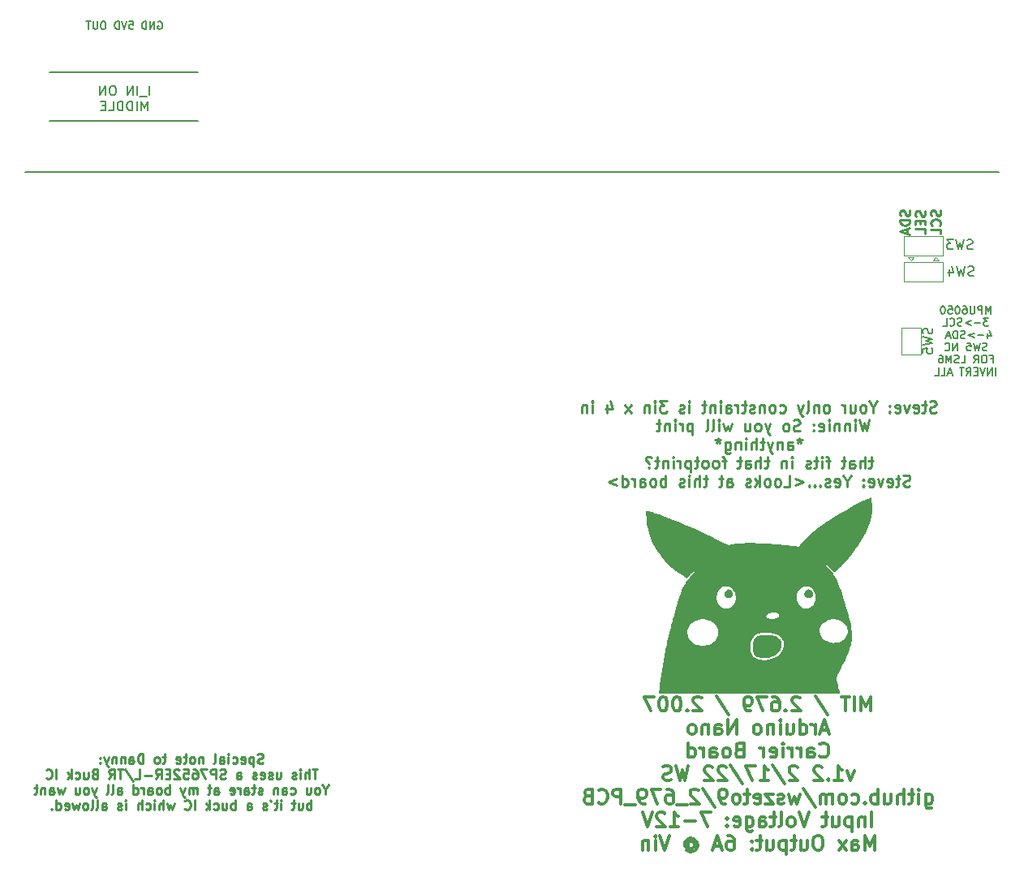
<source format=gbr>
%TF.GenerationSoftware,KiCad,Pcbnew,(6.0.1)*%
%TF.CreationDate,2022-03-17T15:17:58-04:00*%
%TF.ProjectId,2_679_PCB,325f3637-395f-4504-9342-2e6b69636164,rev?*%
%TF.SameCoordinates,Original*%
%TF.FileFunction,Legend,Bot*%
%TF.FilePolarity,Positive*%
%FSLAX46Y46*%
G04 Gerber Fmt 4.6, Leading zero omitted, Abs format (unit mm)*
G04 Created by KiCad (PCBNEW (6.0.1)) date 2022-03-17 15:17:58*
%MOMM*%
%LPD*%
G01*
G04 APERTURE LIST*
%ADD10C,0.150000*%
%ADD11C,0.250000*%
%ADD12C,0.200000*%
%ADD13C,0.300000*%
%ADD14C,0.120000*%
G04 APERTURE END LIST*
D10*
X115474714Y-60545000D02*
X115550904Y-60506904D01*
X115665190Y-60506904D01*
X115779476Y-60545000D01*
X115855666Y-60621190D01*
X115893761Y-60697380D01*
X115931857Y-60849761D01*
X115931857Y-60964047D01*
X115893761Y-61116428D01*
X115855666Y-61192619D01*
X115779476Y-61268809D01*
X115665190Y-61306904D01*
X115589000Y-61306904D01*
X115474714Y-61268809D01*
X115436619Y-61230714D01*
X115436619Y-60964047D01*
X115589000Y-60964047D01*
X115093761Y-61306904D02*
X115093761Y-60506904D01*
X114636619Y-61306904D01*
X114636619Y-60506904D01*
X114255666Y-61306904D02*
X114255666Y-60506904D01*
X114065190Y-60506904D01*
X113950904Y-60545000D01*
X113874714Y-60621190D01*
X113836619Y-60697380D01*
X113798523Y-60849761D01*
X113798523Y-60964047D01*
X113836619Y-61116428D01*
X113874714Y-61192619D01*
X113950904Y-61268809D01*
X114065190Y-61306904D01*
X114255666Y-61306904D01*
X112465190Y-60506904D02*
X112846142Y-60506904D01*
X112884238Y-60887857D01*
X112846142Y-60849761D01*
X112769952Y-60811666D01*
X112579476Y-60811666D01*
X112503285Y-60849761D01*
X112465190Y-60887857D01*
X112427095Y-60964047D01*
X112427095Y-61154523D01*
X112465190Y-61230714D01*
X112503285Y-61268809D01*
X112579476Y-61306904D01*
X112769952Y-61306904D01*
X112846142Y-61268809D01*
X112884238Y-61230714D01*
X112198523Y-60506904D02*
X111931857Y-61306904D01*
X111665190Y-60506904D01*
X111398523Y-61306904D02*
X111398523Y-60506904D01*
X111208047Y-60506904D01*
X111093761Y-60545000D01*
X111017571Y-60621190D01*
X110979476Y-60697380D01*
X110941380Y-60849761D01*
X110941380Y-60964047D01*
X110979476Y-61116428D01*
X111017571Y-61192619D01*
X111093761Y-61268809D01*
X111208047Y-61306904D01*
X111398523Y-61306904D01*
X109836619Y-60506904D02*
X109684238Y-60506904D01*
X109608047Y-60545000D01*
X109531857Y-60621190D01*
X109493761Y-60773571D01*
X109493761Y-61040238D01*
X109531857Y-61192619D01*
X109608047Y-61268809D01*
X109684238Y-61306904D01*
X109836619Y-61306904D01*
X109912809Y-61268809D01*
X109989000Y-61192619D01*
X110027095Y-61040238D01*
X110027095Y-60773571D01*
X109989000Y-60621190D01*
X109912809Y-60545000D01*
X109836619Y-60506904D01*
X109150904Y-60506904D02*
X109150904Y-61154523D01*
X109112809Y-61230714D01*
X109074714Y-61268809D01*
X108998523Y-61306904D01*
X108846142Y-61306904D01*
X108769952Y-61268809D01*
X108731857Y-61230714D01*
X108693761Y-61154523D01*
X108693761Y-60506904D01*
X108427095Y-60506904D02*
X107969952Y-60506904D01*
X108198523Y-61306904D02*
X108198523Y-60506904D01*
X114560428Y-68212380D02*
X114560428Y-67212380D01*
X114322333Y-68307619D02*
X113560428Y-68307619D01*
X113322333Y-68212380D02*
X113322333Y-67212380D01*
X112846142Y-68212380D02*
X112846142Y-67212380D01*
X112274714Y-68212380D01*
X112274714Y-67212380D01*
X110846142Y-67212380D02*
X110655666Y-67212380D01*
X110560428Y-67260000D01*
X110465190Y-67355238D01*
X110417571Y-67545714D01*
X110417571Y-67879047D01*
X110465190Y-68069523D01*
X110560428Y-68164761D01*
X110655666Y-68212380D01*
X110846142Y-68212380D01*
X110941380Y-68164761D01*
X111036619Y-68069523D01*
X111084238Y-67879047D01*
X111084238Y-67545714D01*
X111036619Y-67355238D01*
X110941380Y-67260000D01*
X110846142Y-67212380D01*
X109989000Y-68212380D02*
X109989000Y-67212380D01*
X109417571Y-68212380D01*
X109417571Y-67212380D01*
X114417571Y-69822380D02*
X114417571Y-68822380D01*
X114084238Y-69536666D01*
X113750904Y-68822380D01*
X113750904Y-69822380D01*
X113274714Y-69822380D02*
X113274714Y-68822380D01*
X112798523Y-69822380D02*
X112798523Y-68822380D01*
X112560428Y-68822380D01*
X112417571Y-68870000D01*
X112322333Y-68965238D01*
X112274714Y-69060476D01*
X112227095Y-69250952D01*
X112227095Y-69393809D01*
X112274714Y-69584285D01*
X112322333Y-69679523D01*
X112417571Y-69774761D01*
X112560428Y-69822380D01*
X112798523Y-69822380D01*
X111798523Y-69822380D02*
X111798523Y-68822380D01*
X111560428Y-68822380D01*
X111417571Y-68870000D01*
X111322333Y-68965238D01*
X111274714Y-69060476D01*
X111227095Y-69250952D01*
X111227095Y-69393809D01*
X111274714Y-69584285D01*
X111322333Y-69679523D01*
X111417571Y-69774761D01*
X111560428Y-69822380D01*
X111798523Y-69822380D01*
X110322333Y-69822380D02*
X110798523Y-69822380D01*
X110798523Y-68822380D01*
X109989000Y-69298571D02*
X109655666Y-69298571D01*
X109512809Y-69822380D02*
X109989000Y-69822380D01*
X109989000Y-68822380D01*
X109512809Y-68822380D01*
X104115000Y-70851000D02*
X119609000Y-70851000D01*
X119609000Y-65771000D02*
X104115000Y-65771000D01*
X203200000Y-76200000D02*
X101600000Y-76200000D01*
D11*
X193866761Y-80192714D02*
X193914380Y-80335571D01*
X193914380Y-80573666D01*
X193866761Y-80668904D01*
X193819142Y-80716523D01*
X193723904Y-80764142D01*
X193628666Y-80764142D01*
X193533428Y-80716523D01*
X193485809Y-80668904D01*
X193438190Y-80573666D01*
X193390571Y-80383190D01*
X193342952Y-80287952D01*
X193295333Y-80240333D01*
X193200095Y-80192714D01*
X193104857Y-80192714D01*
X193009619Y-80240333D01*
X192962000Y-80287952D01*
X192914380Y-80383190D01*
X192914380Y-80621285D01*
X192962000Y-80764142D01*
X193914380Y-81192714D02*
X192914380Y-81192714D01*
X192914380Y-81430809D01*
X192962000Y-81573666D01*
X193057238Y-81668904D01*
X193152476Y-81716523D01*
X193342952Y-81764142D01*
X193485809Y-81764142D01*
X193676285Y-81716523D01*
X193771523Y-81668904D01*
X193866761Y-81573666D01*
X193914380Y-81430809D01*
X193914380Y-81192714D01*
X193628666Y-82145095D02*
X193628666Y-82621285D01*
X193914380Y-82049857D02*
X192914380Y-82383190D01*
X193914380Y-82716523D01*
X195476761Y-80264142D02*
X195524380Y-80407000D01*
X195524380Y-80645095D01*
X195476761Y-80740333D01*
X195429142Y-80787952D01*
X195333904Y-80835571D01*
X195238666Y-80835571D01*
X195143428Y-80787952D01*
X195095809Y-80740333D01*
X195048190Y-80645095D01*
X195000571Y-80454619D01*
X194952952Y-80359380D01*
X194905333Y-80311761D01*
X194810095Y-80264142D01*
X194714857Y-80264142D01*
X194619619Y-80311761D01*
X194572000Y-80359380D01*
X194524380Y-80454619D01*
X194524380Y-80692714D01*
X194572000Y-80835571D01*
X195000571Y-81264142D02*
X195000571Y-81597476D01*
X195524380Y-81740333D02*
X195524380Y-81264142D01*
X194524380Y-81264142D01*
X194524380Y-81740333D01*
X195524380Y-82645095D02*
X195524380Y-82168904D01*
X194524380Y-82168904D01*
X197086761Y-80216523D02*
X197134380Y-80359380D01*
X197134380Y-80597476D01*
X197086761Y-80692714D01*
X197039142Y-80740333D01*
X196943904Y-80787952D01*
X196848666Y-80787952D01*
X196753428Y-80740333D01*
X196705809Y-80692714D01*
X196658190Y-80597476D01*
X196610571Y-80407000D01*
X196562952Y-80311761D01*
X196515333Y-80264142D01*
X196420095Y-80216523D01*
X196324857Y-80216523D01*
X196229619Y-80264142D01*
X196182000Y-80311761D01*
X196134380Y-80407000D01*
X196134380Y-80645095D01*
X196182000Y-80787952D01*
X197039142Y-81787952D02*
X197086761Y-81740333D01*
X197134380Y-81597476D01*
X197134380Y-81502238D01*
X197086761Y-81359380D01*
X196991523Y-81264142D01*
X196896285Y-81216523D01*
X196705809Y-81168904D01*
X196562952Y-81168904D01*
X196372476Y-81216523D01*
X196277238Y-81264142D01*
X196182000Y-81359380D01*
X196134380Y-81502238D01*
X196134380Y-81597476D01*
X196182000Y-81740333D01*
X196229619Y-81787952D01*
X197134380Y-82692714D02*
X197134380Y-82216523D01*
X196134380Y-82216523D01*
D12*
X202380523Y-90994904D02*
X202380523Y-90194904D01*
X202113857Y-90766333D01*
X201847190Y-90194904D01*
X201847190Y-90994904D01*
X201466238Y-90994904D02*
X201466238Y-90194904D01*
X201161476Y-90194904D01*
X201085285Y-90233000D01*
X201047190Y-90271095D01*
X201009095Y-90347285D01*
X201009095Y-90461571D01*
X201047190Y-90537761D01*
X201085285Y-90575857D01*
X201161476Y-90613952D01*
X201466238Y-90613952D01*
X200666238Y-90194904D02*
X200666238Y-90842523D01*
X200628142Y-90918714D01*
X200590047Y-90956809D01*
X200513857Y-90994904D01*
X200361476Y-90994904D01*
X200285285Y-90956809D01*
X200247190Y-90918714D01*
X200209095Y-90842523D01*
X200209095Y-90194904D01*
X199485285Y-90194904D02*
X199637666Y-90194904D01*
X199713857Y-90233000D01*
X199751952Y-90271095D01*
X199828142Y-90385380D01*
X199866238Y-90537761D01*
X199866238Y-90842523D01*
X199828142Y-90918714D01*
X199790047Y-90956809D01*
X199713857Y-90994904D01*
X199561476Y-90994904D01*
X199485285Y-90956809D01*
X199447190Y-90918714D01*
X199409095Y-90842523D01*
X199409095Y-90652047D01*
X199447190Y-90575857D01*
X199485285Y-90537761D01*
X199561476Y-90499666D01*
X199713857Y-90499666D01*
X199790047Y-90537761D01*
X199828142Y-90575857D01*
X199866238Y-90652047D01*
X198913857Y-90194904D02*
X198837666Y-90194904D01*
X198761476Y-90233000D01*
X198723380Y-90271095D01*
X198685285Y-90347285D01*
X198647190Y-90499666D01*
X198647190Y-90690142D01*
X198685285Y-90842523D01*
X198723380Y-90918714D01*
X198761476Y-90956809D01*
X198837666Y-90994904D01*
X198913857Y-90994904D01*
X198990047Y-90956809D01*
X199028142Y-90918714D01*
X199066238Y-90842523D01*
X199104333Y-90690142D01*
X199104333Y-90499666D01*
X199066238Y-90347285D01*
X199028142Y-90271095D01*
X198990047Y-90233000D01*
X198913857Y-90194904D01*
X197923380Y-90194904D02*
X198304333Y-90194904D01*
X198342428Y-90575857D01*
X198304333Y-90537761D01*
X198228142Y-90499666D01*
X198037666Y-90499666D01*
X197961476Y-90537761D01*
X197923380Y-90575857D01*
X197885285Y-90652047D01*
X197885285Y-90842523D01*
X197923380Y-90918714D01*
X197961476Y-90956809D01*
X198037666Y-90994904D01*
X198228142Y-90994904D01*
X198304333Y-90956809D01*
X198342428Y-90918714D01*
X197390047Y-90194904D02*
X197313857Y-90194904D01*
X197237666Y-90233000D01*
X197199571Y-90271095D01*
X197161476Y-90347285D01*
X197123380Y-90499666D01*
X197123380Y-90690142D01*
X197161476Y-90842523D01*
X197199571Y-90918714D01*
X197237666Y-90956809D01*
X197313857Y-90994904D01*
X197390047Y-90994904D01*
X197466238Y-90956809D01*
X197504333Y-90918714D01*
X197542428Y-90842523D01*
X197580523Y-90690142D01*
X197580523Y-90499666D01*
X197542428Y-90347285D01*
X197504333Y-90271095D01*
X197466238Y-90233000D01*
X197390047Y-90194904D01*
X202132904Y-91482904D02*
X201637666Y-91482904D01*
X201904333Y-91787666D01*
X201790047Y-91787666D01*
X201713857Y-91825761D01*
X201675761Y-91863857D01*
X201637666Y-91940047D01*
X201637666Y-92130523D01*
X201675761Y-92206714D01*
X201713857Y-92244809D01*
X201790047Y-92282904D01*
X202018619Y-92282904D01*
X202094809Y-92244809D01*
X202132904Y-92206714D01*
X201294809Y-91978142D02*
X200685285Y-91978142D01*
X200304333Y-91749571D02*
X199694809Y-91978142D01*
X200304333Y-92206714D01*
X199351952Y-92244809D02*
X199237666Y-92282904D01*
X199047190Y-92282904D01*
X198971000Y-92244809D01*
X198932904Y-92206714D01*
X198894809Y-92130523D01*
X198894809Y-92054333D01*
X198932904Y-91978142D01*
X198971000Y-91940047D01*
X199047190Y-91901952D01*
X199199571Y-91863857D01*
X199275761Y-91825761D01*
X199313857Y-91787666D01*
X199351952Y-91711476D01*
X199351952Y-91635285D01*
X199313857Y-91559095D01*
X199275761Y-91521000D01*
X199199571Y-91482904D01*
X199009095Y-91482904D01*
X198894809Y-91521000D01*
X198094809Y-92206714D02*
X198132904Y-92244809D01*
X198247190Y-92282904D01*
X198323380Y-92282904D01*
X198437666Y-92244809D01*
X198513857Y-92168619D01*
X198551952Y-92092428D01*
X198590047Y-91940047D01*
X198590047Y-91825761D01*
X198551952Y-91673380D01*
X198513857Y-91597190D01*
X198437666Y-91521000D01*
X198323380Y-91482904D01*
X198247190Y-91482904D01*
X198132904Y-91521000D01*
X198094809Y-91559095D01*
X197371000Y-92282904D02*
X197751952Y-92282904D01*
X197751952Y-91482904D01*
X202037666Y-93037571D02*
X202037666Y-93570904D01*
X202228142Y-92732809D02*
X202418619Y-93304238D01*
X201923380Y-93304238D01*
X201618619Y-93266142D02*
X201009095Y-93266142D01*
X200628142Y-93037571D02*
X200018619Y-93266142D01*
X200628142Y-93494714D01*
X199675761Y-93532809D02*
X199561476Y-93570904D01*
X199371000Y-93570904D01*
X199294809Y-93532809D01*
X199256714Y-93494714D01*
X199218619Y-93418523D01*
X199218619Y-93342333D01*
X199256714Y-93266142D01*
X199294809Y-93228047D01*
X199371000Y-93189952D01*
X199523380Y-93151857D01*
X199599571Y-93113761D01*
X199637666Y-93075666D01*
X199675761Y-92999476D01*
X199675761Y-92923285D01*
X199637666Y-92847095D01*
X199599571Y-92809000D01*
X199523380Y-92770904D01*
X199332904Y-92770904D01*
X199218619Y-92809000D01*
X198875761Y-93570904D02*
X198875761Y-92770904D01*
X198685285Y-92770904D01*
X198571000Y-92809000D01*
X198494809Y-92885190D01*
X198456714Y-92961380D01*
X198418619Y-93113761D01*
X198418619Y-93228047D01*
X198456714Y-93380428D01*
X198494809Y-93456619D01*
X198571000Y-93532809D01*
X198685285Y-93570904D01*
X198875761Y-93570904D01*
X198113857Y-93342333D02*
X197732904Y-93342333D01*
X198190047Y-93570904D02*
X197923380Y-92770904D01*
X197656714Y-93570904D01*
X201961476Y-94820809D02*
X201847190Y-94858904D01*
X201656714Y-94858904D01*
X201580523Y-94820809D01*
X201542428Y-94782714D01*
X201504333Y-94706523D01*
X201504333Y-94630333D01*
X201542428Y-94554142D01*
X201580523Y-94516047D01*
X201656714Y-94477952D01*
X201809095Y-94439857D01*
X201885285Y-94401761D01*
X201923380Y-94363666D01*
X201961476Y-94287476D01*
X201961476Y-94211285D01*
X201923380Y-94135095D01*
X201885285Y-94097000D01*
X201809095Y-94058904D01*
X201618619Y-94058904D01*
X201504333Y-94097000D01*
X201237666Y-94058904D02*
X201047190Y-94858904D01*
X200894809Y-94287476D01*
X200742428Y-94858904D01*
X200551952Y-94058904D01*
X199866238Y-94058904D02*
X200247190Y-94058904D01*
X200285285Y-94439857D01*
X200247190Y-94401761D01*
X200171000Y-94363666D01*
X199980523Y-94363666D01*
X199904333Y-94401761D01*
X199866238Y-94439857D01*
X199828142Y-94516047D01*
X199828142Y-94706523D01*
X199866238Y-94782714D01*
X199904333Y-94820809D01*
X199980523Y-94858904D01*
X200171000Y-94858904D01*
X200247190Y-94820809D01*
X200285285Y-94782714D01*
X198875761Y-94858904D02*
X198875761Y-94058904D01*
X198418619Y-94858904D01*
X198418619Y-94058904D01*
X197580523Y-94782714D02*
X197618619Y-94820809D01*
X197732904Y-94858904D01*
X197809095Y-94858904D01*
X197923380Y-94820809D01*
X197999571Y-94744619D01*
X198037666Y-94668428D01*
X198075761Y-94516047D01*
X198075761Y-94401761D01*
X198037666Y-94249380D01*
X197999571Y-94173190D01*
X197923380Y-94097000D01*
X197809095Y-94058904D01*
X197732904Y-94058904D01*
X197618619Y-94097000D01*
X197580523Y-94135095D01*
X202323380Y-95727857D02*
X202590047Y-95727857D01*
X202590047Y-96146904D02*
X202590047Y-95346904D01*
X202209095Y-95346904D01*
X201751952Y-95346904D02*
X201599571Y-95346904D01*
X201523380Y-95385000D01*
X201447190Y-95461190D01*
X201409095Y-95613571D01*
X201409095Y-95880238D01*
X201447190Y-96032619D01*
X201523380Y-96108809D01*
X201599571Y-96146904D01*
X201751952Y-96146904D01*
X201828142Y-96108809D01*
X201904333Y-96032619D01*
X201942428Y-95880238D01*
X201942428Y-95613571D01*
X201904333Y-95461190D01*
X201828142Y-95385000D01*
X201751952Y-95346904D01*
X200609095Y-96146904D02*
X200875761Y-95765952D01*
X201066238Y-96146904D02*
X201066238Y-95346904D01*
X200761476Y-95346904D01*
X200685285Y-95385000D01*
X200647190Y-95423095D01*
X200609095Y-95499285D01*
X200609095Y-95613571D01*
X200647190Y-95689761D01*
X200685285Y-95727857D01*
X200761476Y-95765952D01*
X201066238Y-95765952D01*
X199275761Y-96146904D02*
X199656714Y-96146904D01*
X199656714Y-95346904D01*
X199047190Y-96108809D02*
X198932904Y-96146904D01*
X198742428Y-96146904D01*
X198666238Y-96108809D01*
X198628142Y-96070714D01*
X198590047Y-95994523D01*
X198590047Y-95918333D01*
X198628142Y-95842142D01*
X198666238Y-95804047D01*
X198742428Y-95765952D01*
X198894809Y-95727857D01*
X198971000Y-95689761D01*
X199009095Y-95651666D01*
X199047190Y-95575476D01*
X199047190Y-95499285D01*
X199009095Y-95423095D01*
X198971000Y-95385000D01*
X198894809Y-95346904D01*
X198704333Y-95346904D01*
X198590047Y-95385000D01*
X198247190Y-96146904D02*
X198247190Y-95346904D01*
X197980523Y-95918333D01*
X197713857Y-95346904D01*
X197713857Y-96146904D01*
X196990047Y-95346904D02*
X197142428Y-95346904D01*
X197218619Y-95385000D01*
X197256714Y-95423095D01*
X197332904Y-95537380D01*
X197371000Y-95689761D01*
X197371000Y-95994523D01*
X197332904Y-96070714D01*
X197294809Y-96108809D01*
X197218619Y-96146904D01*
X197066238Y-96146904D01*
X196990047Y-96108809D01*
X196951952Y-96070714D01*
X196913857Y-95994523D01*
X196913857Y-95804047D01*
X196951952Y-95727857D01*
X196990047Y-95689761D01*
X197066238Y-95651666D01*
X197218619Y-95651666D01*
X197294809Y-95689761D01*
X197332904Y-95727857D01*
X197371000Y-95804047D01*
X202894809Y-97434904D02*
X202894809Y-96634904D01*
X202513857Y-97434904D02*
X202513857Y-96634904D01*
X202056714Y-97434904D01*
X202056714Y-96634904D01*
X201790047Y-96634904D02*
X201523380Y-97434904D01*
X201256714Y-96634904D01*
X200990047Y-97015857D02*
X200723380Y-97015857D01*
X200609095Y-97434904D02*
X200990047Y-97434904D01*
X200990047Y-96634904D01*
X200609095Y-96634904D01*
X199809095Y-97434904D02*
X200075761Y-97053952D01*
X200266238Y-97434904D02*
X200266238Y-96634904D01*
X199961476Y-96634904D01*
X199885285Y-96673000D01*
X199847190Y-96711095D01*
X199809095Y-96787285D01*
X199809095Y-96901571D01*
X199847190Y-96977761D01*
X199885285Y-97015857D01*
X199961476Y-97053952D01*
X200266238Y-97053952D01*
X199580523Y-96634904D02*
X199123380Y-96634904D01*
X199351952Y-97434904D02*
X199351952Y-96634904D01*
X198285285Y-97206333D02*
X197904333Y-97206333D01*
X198361476Y-97434904D02*
X198094809Y-96634904D01*
X197828142Y-97434904D01*
X197180523Y-97434904D02*
X197561476Y-97434904D01*
X197561476Y-96634904D01*
X196532904Y-97434904D02*
X196913857Y-97434904D01*
X196913857Y-96634904D01*
D11*
X196669885Y-101269714D02*
X196498457Y-101326857D01*
X196212742Y-101326857D01*
X196098457Y-101269714D01*
X196041314Y-101212571D01*
X195984171Y-101098285D01*
X195984171Y-100984000D01*
X196041314Y-100869714D01*
X196098457Y-100812571D01*
X196212742Y-100755428D01*
X196441314Y-100698285D01*
X196555600Y-100641142D01*
X196612742Y-100584000D01*
X196669885Y-100469714D01*
X196669885Y-100355428D01*
X196612742Y-100241142D01*
X196555600Y-100184000D01*
X196441314Y-100126857D01*
X196155600Y-100126857D01*
X195984171Y-100184000D01*
X195641314Y-100526857D02*
X195184171Y-100526857D01*
X195469885Y-100126857D02*
X195469885Y-101155428D01*
X195412742Y-101269714D01*
X195298457Y-101326857D01*
X195184171Y-101326857D01*
X194327028Y-101269714D02*
X194441314Y-101326857D01*
X194669885Y-101326857D01*
X194784171Y-101269714D01*
X194841314Y-101155428D01*
X194841314Y-100698285D01*
X194784171Y-100584000D01*
X194669885Y-100526857D01*
X194441314Y-100526857D01*
X194327028Y-100584000D01*
X194269885Y-100698285D01*
X194269885Y-100812571D01*
X194841314Y-100926857D01*
X193869885Y-100526857D02*
X193584171Y-101326857D01*
X193298457Y-100526857D01*
X192384171Y-101269714D02*
X192498457Y-101326857D01*
X192727028Y-101326857D01*
X192841314Y-101269714D01*
X192898457Y-101155428D01*
X192898457Y-100698285D01*
X192841314Y-100584000D01*
X192727028Y-100526857D01*
X192498457Y-100526857D01*
X192384171Y-100584000D01*
X192327028Y-100698285D01*
X192327028Y-100812571D01*
X192898457Y-100926857D01*
X191812742Y-101212571D02*
X191755600Y-101269714D01*
X191812742Y-101326857D01*
X191869885Y-101269714D01*
X191812742Y-101212571D01*
X191812742Y-101326857D01*
X191812742Y-100584000D02*
X191755600Y-100641142D01*
X191812742Y-100698285D01*
X191869885Y-100641142D01*
X191812742Y-100584000D01*
X191812742Y-100698285D01*
X190098457Y-100755428D02*
X190098457Y-101326857D01*
X190498457Y-100126857D02*
X190098457Y-100755428D01*
X189698457Y-100126857D01*
X189127028Y-101326857D02*
X189241314Y-101269714D01*
X189298457Y-101212571D01*
X189355600Y-101098285D01*
X189355600Y-100755428D01*
X189298457Y-100641142D01*
X189241314Y-100584000D01*
X189127028Y-100526857D01*
X188955600Y-100526857D01*
X188841314Y-100584000D01*
X188784171Y-100641142D01*
X188727028Y-100755428D01*
X188727028Y-101098285D01*
X188784171Y-101212571D01*
X188841314Y-101269714D01*
X188955600Y-101326857D01*
X189127028Y-101326857D01*
X187698457Y-100526857D02*
X187698457Y-101326857D01*
X188212742Y-100526857D02*
X188212742Y-101155428D01*
X188155600Y-101269714D01*
X188041314Y-101326857D01*
X187869885Y-101326857D01*
X187755600Y-101269714D01*
X187698457Y-101212571D01*
X187127028Y-101326857D02*
X187127028Y-100526857D01*
X187127028Y-100755428D02*
X187069885Y-100641142D01*
X187012742Y-100584000D01*
X186898457Y-100526857D01*
X186784171Y-100526857D01*
X185298457Y-101326857D02*
X185412742Y-101269714D01*
X185469885Y-101212571D01*
X185527028Y-101098285D01*
X185527028Y-100755428D01*
X185469885Y-100641142D01*
X185412742Y-100584000D01*
X185298457Y-100526857D01*
X185127028Y-100526857D01*
X185012742Y-100584000D01*
X184955600Y-100641142D01*
X184898457Y-100755428D01*
X184898457Y-101098285D01*
X184955600Y-101212571D01*
X185012742Y-101269714D01*
X185127028Y-101326857D01*
X185298457Y-101326857D01*
X184384171Y-100526857D02*
X184384171Y-101326857D01*
X184384171Y-100641142D02*
X184327028Y-100584000D01*
X184212742Y-100526857D01*
X184041314Y-100526857D01*
X183927028Y-100584000D01*
X183869885Y-100698285D01*
X183869885Y-101326857D01*
X183127028Y-101326857D02*
X183241314Y-101269714D01*
X183298457Y-101155428D01*
X183298457Y-100126857D01*
X182784171Y-100526857D02*
X182498457Y-101326857D01*
X182212742Y-100526857D02*
X182498457Y-101326857D01*
X182612742Y-101612571D01*
X182669885Y-101669714D01*
X182784171Y-101726857D01*
X180327028Y-101269714D02*
X180441314Y-101326857D01*
X180669885Y-101326857D01*
X180784171Y-101269714D01*
X180841314Y-101212571D01*
X180898457Y-101098285D01*
X180898457Y-100755428D01*
X180841314Y-100641142D01*
X180784171Y-100584000D01*
X180669885Y-100526857D01*
X180441314Y-100526857D01*
X180327028Y-100584000D01*
X179641314Y-101326857D02*
X179755600Y-101269714D01*
X179812742Y-101212571D01*
X179869885Y-101098285D01*
X179869885Y-100755428D01*
X179812742Y-100641142D01*
X179755600Y-100584000D01*
X179641314Y-100526857D01*
X179469885Y-100526857D01*
X179355600Y-100584000D01*
X179298457Y-100641142D01*
X179241314Y-100755428D01*
X179241314Y-101098285D01*
X179298457Y-101212571D01*
X179355600Y-101269714D01*
X179469885Y-101326857D01*
X179641314Y-101326857D01*
X178727028Y-100526857D02*
X178727028Y-101326857D01*
X178727028Y-100641142D02*
X178669885Y-100584000D01*
X178555600Y-100526857D01*
X178384171Y-100526857D01*
X178269885Y-100584000D01*
X178212742Y-100698285D01*
X178212742Y-101326857D01*
X177698457Y-101269714D02*
X177584171Y-101326857D01*
X177355600Y-101326857D01*
X177241314Y-101269714D01*
X177184171Y-101155428D01*
X177184171Y-101098285D01*
X177241314Y-100984000D01*
X177355600Y-100926857D01*
X177527028Y-100926857D01*
X177641314Y-100869714D01*
X177698457Y-100755428D01*
X177698457Y-100698285D01*
X177641314Y-100584000D01*
X177527028Y-100526857D01*
X177355600Y-100526857D01*
X177241314Y-100584000D01*
X176841314Y-100526857D02*
X176384171Y-100526857D01*
X176669885Y-100126857D02*
X176669885Y-101155428D01*
X176612742Y-101269714D01*
X176498457Y-101326857D01*
X176384171Y-101326857D01*
X175984171Y-101326857D02*
X175984171Y-100526857D01*
X175984171Y-100755428D02*
X175927028Y-100641142D01*
X175869885Y-100584000D01*
X175755600Y-100526857D01*
X175641314Y-100526857D01*
X174727028Y-101326857D02*
X174727028Y-100698285D01*
X174784171Y-100584000D01*
X174898457Y-100526857D01*
X175127028Y-100526857D01*
X175241314Y-100584000D01*
X174727028Y-101269714D02*
X174841314Y-101326857D01*
X175127028Y-101326857D01*
X175241314Y-101269714D01*
X175298457Y-101155428D01*
X175298457Y-101041142D01*
X175241314Y-100926857D01*
X175127028Y-100869714D01*
X174841314Y-100869714D01*
X174727028Y-100812571D01*
X174155600Y-101326857D02*
X174155600Y-100526857D01*
X174155600Y-100126857D02*
X174212742Y-100184000D01*
X174155600Y-100241142D01*
X174098457Y-100184000D01*
X174155600Y-100126857D01*
X174155600Y-100241142D01*
X173584171Y-100526857D02*
X173584171Y-101326857D01*
X173584171Y-100641142D02*
X173527028Y-100584000D01*
X173412742Y-100526857D01*
X173241314Y-100526857D01*
X173127028Y-100584000D01*
X173069885Y-100698285D01*
X173069885Y-101326857D01*
X172669885Y-100526857D02*
X172212742Y-100526857D01*
X172498457Y-100126857D02*
X172498457Y-101155428D01*
X172441314Y-101269714D01*
X172327028Y-101326857D01*
X172212742Y-101326857D01*
X170898457Y-101326857D02*
X170898457Y-100526857D01*
X170898457Y-100126857D02*
X170955600Y-100184000D01*
X170898457Y-100241142D01*
X170841314Y-100184000D01*
X170898457Y-100126857D01*
X170898457Y-100241142D01*
X170384171Y-101269714D02*
X170269885Y-101326857D01*
X170041314Y-101326857D01*
X169927028Y-101269714D01*
X169869885Y-101155428D01*
X169869885Y-101098285D01*
X169927028Y-100984000D01*
X170041314Y-100926857D01*
X170212742Y-100926857D01*
X170327028Y-100869714D01*
X170384171Y-100755428D01*
X170384171Y-100698285D01*
X170327028Y-100584000D01*
X170212742Y-100526857D01*
X170041314Y-100526857D01*
X169927028Y-100584000D01*
X168555600Y-100126857D02*
X167812742Y-100126857D01*
X168212742Y-100584000D01*
X168041314Y-100584000D01*
X167927028Y-100641142D01*
X167869885Y-100698285D01*
X167812742Y-100812571D01*
X167812742Y-101098285D01*
X167869885Y-101212571D01*
X167927028Y-101269714D01*
X168041314Y-101326857D01*
X168384171Y-101326857D01*
X168498457Y-101269714D01*
X168555600Y-101212571D01*
X167298457Y-101326857D02*
X167298457Y-100526857D01*
X167298457Y-100126857D02*
X167355600Y-100184000D01*
X167298457Y-100241142D01*
X167241314Y-100184000D01*
X167298457Y-100126857D01*
X167298457Y-100241142D01*
X166727028Y-100526857D02*
X166727028Y-101326857D01*
X166727028Y-100641142D02*
X166669885Y-100584000D01*
X166555600Y-100526857D01*
X166384171Y-100526857D01*
X166269885Y-100584000D01*
X166212742Y-100698285D01*
X166212742Y-101326857D01*
X164841314Y-101326857D02*
X164212742Y-100526857D01*
X164841314Y-100526857D02*
X164212742Y-101326857D01*
X162327028Y-100526857D02*
X162327028Y-101326857D01*
X162612742Y-100069714D02*
X162898457Y-100926857D01*
X162155600Y-100926857D01*
X160784171Y-101326857D02*
X160784171Y-100526857D01*
X160784171Y-100126857D02*
X160841314Y-100184000D01*
X160784171Y-100241142D01*
X160727028Y-100184000D01*
X160784171Y-100126857D01*
X160784171Y-100241142D01*
X160212742Y-100526857D02*
X160212742Y-101326857D01*
X160212742Y-100641142D02*
X160155600Y-100584000D01*
X160041314Y-100526857D01*
X159869885Y-100526857D01*
X159755600Y-100584000D01*
X159698457Y-100698285D01*
X159698457Y-101326857D01*
X189698457Y-102058857D02*
X189412742Y-103258857D01*
X189184171Y-102401714D01*
X188955600Y-103258857D01*
X188669885Y-102058857D01*
X188212742Y-103258857D02*
X188212742Y-102458857D01*
X188212742Y-102058857D02*
X188269885Y-102116000D01*
X188212742Y-102173142D01*
X188155600Y-102116000D01*
X188212742Y-102058857D01*
X188212742Y-102173142D01*
X187641314Y-102458857D02*
X187641314Y-103258857D01*
X187641314Y-102573142D02*
X187584171Y-102516000D01*
X187469885Y-102458857D01*
X187298457Y-102458857D01*
X187184171Y-102516000D01*
X187127028Y-102630285D01*
X187127028Y-103258857D01*
X186555600Y-102458857D02*
X186555600Y-103258857D01*
X186555600Y-102573142D02*
X186498457Y-102516000D01*
X186384171Y-102458857D01*
X186212742Y-102458857D01*
X186098457Y-102516000D01*
X186041314Y-102630285D01*
X186041314Y-103258857D01*
X185469885Y-103258857D02*
X185469885Y-102458857D01*
X185469885Y-102058857D02*
X185527028Y-102116000D01*
X185469885Y-102173142D01*
X185412742Y-102116000D01*
X185469885Y-102058857D01*
X185469885Y-102173142D01*
X184441314Y-103201714D02*
X184555600Y-103258857D01*
X184784171Y-103258857D01*
X184898457Y-103201714D01*
X184955600Y-103087428D01*
X184955600Y-102630285D01*
X184898457Y-102516000D01*
X184784171Y-102458857D01*
X184555600Y-102458857D01*
X184441314Y-102516000D01*
X184384171Y-102630285D01*
X184384171Y-102744571D01*
X184955600Y-102858857D01*
X183869885Y-103144571D02*
X183812742Y-103201714D01*
X183869885Y-103258857D01*
X183927028Y-103201714D01*
X183869885Y-103144571D01*
X183869885Y-103258857D01*
X183869885Y-102516000D02*
X183812742Y-102573142D01*
X183869885Y-102630285D01*
X183927028Y-102573142D01*
X183869885Y-102516000D01*
X183869885Y-102630285D01*
X182441314Y-103201714D02*
X182269885Y-103258857D01*
X181984171Y-103258857D01*
X181869885Y-103201714D01*
X181812742Y-103144571D01*
X181755600Y-103030285D01*
X181755600Y-102916000D01*
X181812742Y-102801714D01*
X181869885Y-102744571D01*
X181984171Y-102687428D01*
X182212742Y-102630285D01*
X182327028Y-102573142D01*
X182384171Y-102516000D01*
X182441314Y-102401714D01*
X182441314Y-102287428D01*
X182384171Y-102173142D01*
X182327028Y-102116000D01*
X182212742Y-102058857D01*
X181927028Y-102058857D01*
X181755600Y-102116000D01*
X181069885Y-103258857D02*
X181184171Y-103201714D01*
X181241314Y-103144571D01*
X181298457Y-103030285D01*
X181298457Y-102687428D01*
X181241314Y-102573142D01*
X181184171Y-102516000D01*
X181069885Y-102458857D01*
X180898457Y-102458857D01*
X180784171Y-102516000D01*
X180727028Y-102573142D01*
X180669885Y-102687428D01*
X180669885Y-103030285D01*
X180727028Y-103144571D01*
X180784171Y-103201714D01*
X180898457Y-103258857D01*
X181069885Y-103258857D01*
X179355600Y-102458857D02*
X179069885Y-103258857D01*
X178784171Y-102458857D02*
X179069885Y-103258857D01*
X179184171Y-103544571D01*
X179241314Y-103601714D01*
X179355600Y-103658857D01*
X178155600Y-103258857D02*
X178269885Y-103201714D01*
X178327028Y-103144571D01*
X178384171Y-103030285D01*
X178384171Y-102687428D01*
X178327028Y-102573142D01*
X178269885Y-102516000D01*
X178155600Y-102458857D01*
X177984171Y-102458857D01*
X177869885Y-102516000D01*
X177812742Y-102573142D01*
X177755600Y-102687428D01*
X177755600Y-103030285D01*
X177812742Y-103144571D01*
X177869885Y-103201714D01*
X177984171Y-103258857D01*
X178155600Y-103258857D01*
X176727028Y-102458857D02*
X176727028Y-103258857D01*
X177241314Y-102458857D02*
X177241314Y-103087428D01*
X177184171Y-103201714D01*
X177069885Y-103258857D01*
X176898457Y-103258857D01*
X176784171Y-103201714D01*
X176727028Y-103144571D01*
X175355600Y-102458857D02*
X175127028Y-103258857D01*
X174898457Y-102687428D01*
X174669885Y-103258857D01*
X174441314Y-102458857D01*
X173984171Y-103258857D02*
X173984171Y-102458857D01*
X173984171Y-102058857D02*
X174041314Y-102116000D01*
X173984171Y-102173142D01*
X173927028Y-102116000D01*
X173984171Y-102058857D01*
X173984171Y-102173142D01*
X173241314Y-103258857D02*
X173355600Y-103201714D01*
X173412742Y-103087428D01*
X173412742Y-102058857D01*
X172612742Y-103258857D02*
X172727028Y-103201714D01*
X172784171Y-103087428D01*
X172784171Y-102058857D01*
X171241314Y-102458857D02*
X171241314Y-103658857D01*
X171241314Y-102516000D02*
X171127028Y-102458857D01*
X170898457Y-102458857D01*
X170784171Y-102516000D01*
X170727028Y-102573142D01*
X170669885Y-102687428D01*
X170669885Y-103030285D01*
X170727028Y-103144571D01*
X170784171Y-103201714D01*
X170898457Y-103258857D01*
X171127028Y-103258857D01*
X171241314Y-103201714D01*
X170155600Y-103258857D02*
X170155600Y-102458857D01*
X170155600Y-102687428D02*
X170098457Y-102573142D01*
X170041314Y-102516000D01*
X169927028Y-102458857D01*
X169812742Y-102458857D01*
X169412742Y-103258857D02*
X169412742Y-102458857D01*
X169412742Y-102058857D02*
X169469885Y-102116000D01*
X169412742Y-102173142D01*
X169355600Y-102116000D01*
X169412742Y-102058857D01*
X169412742Y-102173142D01*
X168841314Y-102458857D02*
X168841314Y-103258857D01*
X168841314Y-102573142D02*
X168784171Y-102516000D01*
X168669885Y-102458857D01*
X168498457Y-102458857D01*
X168384171Y-102516000D01*
X168327028Y-102630285D01*
X168327028Y-103258857D01*
X167927028Y-102458857D02*
X167469885Y-102458857D01*
X167755600Y-102058857D02*
X167755600Y-103087428D01*
X167698457Y-103201714D01*
X167584171Y-103258857D01*
X167469885Y-103258857D01*
X182412742Y-103990857D02*
X182412742Y-104276571D01*
X182698457Y-104162285D02*
X182412742Y-104276571D01*
X182127028Y-104162285D01*
X182584171Y-104505142D02*
X182412742Y-104276571D01*
X182241314Y-104505142D01*
X181155600Y-105190857D02*
X181155600Y-104562285D01*
X181212742Y-104448000D01*
X181327028Y-104390857D01*
X181555600Y-104390857D01*
X181669885Y-104448000D01*
X181155600Y-105133714D02*
X181269885Y-105190857D01*
X181555600Y-105190857D01*
X181669885Y-105133714D01*
X181727028Y-105019428D01*
X181727028Y-104905142D01*
X181669885Y-104790857D01*
X181555600Y-104733714D01*
X181269885Y-104733714D01*
X181155600Y-104676571D01*
X180584171Y-104390857D02*
X180584171Y-105190857D01*
X180584171Y-104505142D02*
X180527028Y-104448000D01*
X180412742Y-104390857D01*
X180241314Y-104390857D01*
X180127028Y-104448000D01*
X180069885Y-104562285D01*
X180069885Y-105190857D01*
X179612742Y-104390857D02*
X179327028Y-105190857D01*
X179041314Y-104390857D02*
X179327028Y-105190857D01*
X179441314Y-105476571D01*
X179498457Y-105533714D01*
X179612742Y-105590857D01*
X178755600Y-104390857D02*
X178298457Y-104390857D01*
X178584171Y-103990857D02*
X178584171Y-105019428D01*
X178527028Y-105133714D01*
X178412742Y-105190857D01*
X178298457Y-105190857D01*
X177898457Y-105190857D02*
X177898457Y-103990857D01*
X177384171Y-105190857D02*
X177384171Y-104562285D01*
X177441314Y-104448000D01*
X177555600Y-104390857D01*
X177727028Y-104390857D01*
X177841314Y-104448000D01*
X177898457Y-104505142D01*
X176812742Y-105190857D02*
X176812742Y-104390857D01*
X176812742Y-103990857D02*
X176869885Y-104048000D01*
X176812742Y-104105142D01*
X176755600Y-104048000D01*
X176812742Y-103990857D01*
X176812742Y-104105142D01*
X176241314Y-104390857D02*
X176241314Y-105190857D01*
X176241314Y-104505142D02*
X176184171Y-104448000D01*
X176069885Y-104390857D01*
X175898457Y-104390857D01*
X175784171Y-104448000D01*
X175727028Y-104562285D01*
X175727028Y-105190857D01*
X174641314Y-104390857D02*
X174641314Y-105362285D01*
X174698457Y-105476571D01*
X174755600Y-105533714D01*
X174869885Y-105590857D01*
X175041314Y-105590857D01*
X175155600Y-105533714D01*
X174641314Y-105133714D02*
X174755600Y-105190857D01*
X174984171Y-105190857D01*
X175098457Y-105133714D01*
X175155600Y-105076571D01*
X175212742Y-104962285D01*
X175212742Y-104619428D01*
X175155600Y-104505142D01*
X175098457Y-104448000D01*
X174984171Y-104390857D01*
X174755600Y-104390857D01*
X174641314Y-104448000D01*
X173898457Y-103990857D02*
X173898457Y-104276571D01*
X174184171Y-104162285D02*
X173898457Y-104276571D01*
X173612742Y-104162285D01*
X174069885Y-104505142D02*
X173898457Y-104276571D01*
X173727028Y-104505142D01*
X190069885Y-106322857D02*
X189612742Y-106322857D01*
X189898457Y-105922857D02*
X189898457Y-106951428D01*
X189841314Y-107065714D01*
X189727028Y-107122857D01*
X189612742Y-107122857D01*
X189212742Y-107122857D02*
X189212742Y-105922857D01*
X188698457Y-107122857D02*
X188698457Y-106494285D01*
X188755600Y-106380000D01*
X188869885Y-106322857D01*
X189041314Y-106322857D01*
X189155600Y-106380000D01*
X189212742Y-106437142D01*
X187612742Y-107122857D02*
X187612742Y-106494285D01*
X187669885Y-106380000D01*
X187784171Y-106322857D01*
X188012742Y-106322857D01*
X188127028Y-106380000D01*
X187612742Y-107065714D02*
X187727028Y-107122857D01*
X188012742Y-107122857D01*
X188127028Y-107065714D01*
X188184171Y-106951428D01*
X188184171Y-106837142D01*
X188127028Y-106722857D01*
X188012742Y-106665714D01*
X187727028Y-106665714D01*
X187612742Y-106608571D01*
X187212742Y-106322857D02*
X186755600Y-106322857D01*
X187041314Y-105922857D02*
X187041314Y-106951428D01*
X186984171Y-107065714D01*
X186869885Y-107122857D01*
X186755600Y-107122857D01*
X185612742Y-106322857D02*
X185155600Y-106322857D01*
X185441314Y-107122857D02*
X185441314Y-106094285D01*
X185384171Y-105980000D01*
X185269885Y-105922857D01*
X185155600Y-105922857D01*
X184755600Y-107122857D02*
X184755600Y-106322857D01*
X184755600Y-105922857D02*
X184812742Y-105980000D01*
X184755600Y-106037142D01*
X184698457Y-105980000D01*
X184755600Y-105922857D01*
X184755600Y-106037142D01*
X184355600Y-106322857D02*
X183898457Y-106322857D01*
X184184171Y-105922857D02*
X184184171Y-106951428D01*
X184127028Y-107065714D01*
X184012742Y-107122857D01*
X183898457Y-107122857D01*
X183555600Y-107065714D02*
X183441314Y-107122857D01*
X183212742Y-107122857D01*
X183098457Y-107065714D01*
X183041314Y-106951428D01*
X183041314Y-106894285D01*
X183098457Y-106780000D01*
X183212742Y-106722857D01*
X183384171Y-106722857D01*
X183498457Y-106665714D01*
X183555600Y-106551428D01*
X183555600Y-106494285D01*
X183498457Y-106380000D01*
X183384171Y-106322857D01*
X183212742Y-106322857D01*
X183098457Y-106380000D01*
X181612742Y-107122857D02*
X181612742Y-106322857D01*
X181612742Y-105922857D02*
X181669885Y-105980000D01*
X181612742Y-106037142D01*
X181555600Y-105980000D01*
X181612742Y-105922857D01*
X181612742Y-106037142D01*
X181041314Y-106322857D02*
X181041314Y-107122857D01*
X181041314Y-106437142D02*
X180984171Y-106380000D01*
X180869885Y-106322857D01*
X180698457Y-106322857D01*
X180584171Y-106380000D01*
X180527028Y-106494285D01*
X180527028Y-107122857D01*
X179212742Y-106322857D02*
X178755600Y-106322857D01*
X179041314Y-105922857D02*
X179041314Y-106951428D01*
X178984171Y-107065714D01*
X178869885Y-107122857D01*
X178755600Y-107122857D01*
X178355600Y-107122857D02*
X178355600Y-105922857D01*
X177841314Y-107122857D02*
X177841314Y-106494285D01*
X177898457Y-106380000D01*
X178012742Y-106322857D01*
X178184171Y-106322857D01*
X178298457Y-106380000D01*
X178355600Y-106437142D01*
X176755600Y-107122857D02*
X176755600Y-106494285D01*
X176812742Y-106380000D01*
X176927028Y-106322857D01*
X177155600Y-106322857D01*
X177269885Y-106380000D01*
X176755600Y-107065714D02*
X176869885Y-107122857D01*
X177155600Y-107122857D01*
X177269885Y-107065714D01*
X177327028Y-106951428D01*
X177327028Y-106837142D01*
X177269885Y-106722857D01*
X177155600Y-106665714D01*
X176869885Y-106665714D01*
X176755600Y-106608571D01*
X176355600Y-106322857D02*
X175898457Y-106322857D01*
X176184171Y-105922857D02*
X176184171Y-106951428D01*
X176127028Y-107065714D01*
X176012742Y-107122857D01*
X175898457Y-107122857D01*
X174755600Y-106322857D02*
X174298457Y-106322857D01*
X174584171Y-107122857D02*
X174584171Y-106094285D01*
X174527028Y-105980000D01*
X174412742Y-105922857D01*
X174298457Y-105922857D01*
X173727028Y-107122857D02*
X173841314Y-107065714D01*
X173898457Y-107008571D01*
X173955600Y-106894285D01*
X173955600Y-106551428D01*
X173898457Y-106437142D01*
X173841314Y-106380000D01*
X173727028Y-106322857D01*
X173555600Y-106322857D01*
X173441314Y-106380000D01*
X173384171Y-106437142D01*
X173327028Y-106551428D01*
X173327028Y-106894285D01*
X173384171Y-107008571D01*
X173441314Y-107065714D01*
X173555600Y-107122857D01*
X173727028Y-107122857D01*
X172641314Y-107122857D02*
X172755600Y-107065714D01*
X172812742Y-107008571D01*
X172869885Y-106894285D01*
X172869885Y-106551428D01*
X172812742Y-106437142D01*
X172755600Y-106380000D01*
X172641314Y-106322857D01*
X172469885Y-106322857D01*
X172355600Y-106380000D01*
X172298457Y-106437142D01*
X172241314Y-106551428D01*
X172241314Y-106894285D01*
X172298457Y-107008571D01*
X172355600Y-107065714D01*
X172469885Y-107122857D01*
X172641314Y-107122857D01*
X171898457Y-106322857D02*
X171441314Y-106322857D01*
X171727028Y-105922857D02*
X171727028Y-106951428D01*
X171669885Y-107065714D01*
X171555600Y-107122857D01*
X171441314Y-107122857D01*
X171041314Y-106322857D02*
X171041314Y-107522857D01*
X171041314Y-106380000D02*
X170927028Y-106322857D01*
X170698457Y-106322857D01*
X170584171Y-106380000D01*
X170527028Y-106437142D01*
X170469885Y-106551428D01*
X170469885Y-106894285D01*
X170527028Y-107008571D01*
X170584171Y-107065714D01*
X170698457Y-107122857D01*
X170927028Y-107122857D01*
X171041314Y-107065714D01*
X169955600Y-107122857D02*
X169955600Y-106322857D01*
X169955600Y-106551428D02*
X169898457Y-106437142D01*
X169841314Y-106380000D01*
X169727028Y-106322857D01*
X169612742Y-106322857D01*
X169212742Y-107122857D02*
X169212742Y-106322857D01*
X169212742Y-105922857D02*
X169269885Y-105980000D01*
X169212742Y-106037142D01*
X169155600Y-105980000D01*
X169212742Y-105922857D01*
X169212742Y-106037142D01*
X168641314Y-106322857D02*
X168641314Y-107122857D01*
X168641314Y-106437142D02*
X168584171Y-106380000D01*
X168469885Y-106322857D01*
X168298457Y-106322857D01*
X168184171Y-106380000D01*
X168127028Y-106494285D01*
X168127028Y-107122857D01*
X167727028Y-106322857D02*
X167269885Y-106322857D01*
X167555600Y-105922857D02*
X167555600Y-106951428D01*
X167498457Y-107065714D01*
X167384171Y-107122857D01*
X167269885Y-107122857D01*
X166698457Y-107008571D02*
X166641314Y-107065714D01*
X166698457Y-107122857D01*
X166755600Y-107065714D01*
X166698457Y-107008571D01*
X166698457Y-107122857D01*
X166927028Y-105980000D02*
X166812742Y-105922857D01*
X166527028Y-105922857D01*
X166412742Y-105980000D01*
X166355600Y-106094285D01*
X166355600Y-106208571D01*
X166412742Y-106322857D01*
X166469885Y-106380000D01*
X166584171Y-106437142D01*
X166641314Y-106494285D01*
X166698457Y-106608571D01*
X166698457Y-106665714D01*
X193927028Y-108997714D02*
X193755600Y-109054857D01*
X193469885Y-109054857D01*
X193355600Y-108997714D01*
X193298457Y-108940571D01*
X193241314Y-108826285D01*
X193241314Y-108712000D01*
X193298457Y-108597714D01*
X193355600Y-108540571D01*
X193469885Y-108483428D01*
X193698457Y-108426285D01*
X193812742Y-108369142D01*
X193869885Y-108312000D01*
X193927028Y-108197714D01*
X193927028Y-108083428D01*
X193869885Y-107969142D01*
X193812742Y-107912000D01*
X193698457Y-107854857D01*
X193412742Y-107854857D01*
X193241314Y-107912000D01*
X192898457Y-108254857D02*
X192441314Y-108254857D01*
X192727028Y-107854857D02*
X192727028Y-108883428D01*
X192669885Y-108997714D01*
X192555600Y-109054857D01*
X192441314Y-109054857D01*
X191584171Y-108997714D02*
X191698457Y-109054857D01*
X191927028Y-109054857D01*
X192041314Y-108997714D01*
X192098457Y-108883428D01*
X192098457Y-108426285D01*
X192041314Y-108312000D01*
X191927028Y-108254857D01*
X191698457Y-108254857D01*
X191584171Y-108312000D01*
X191527028Y-108426285D01*
X191527028Y-108540571D01*
X192098457Y-108654857D01*
X191127028Y-108254857D02*
X190841314Y-109054857D01*
X190555600Y-108254857D01*
X189641314Y-108997714D02*
X189755600Y-109054857D01*
X189984171Y-109054857D01*
X190098457Y-108997714D01*
X190155600Y-108883428D01*
X190155600Y-108426285D01*
X190098457Y-108312000D01*
X189984171Y-108254857D01*
X189755600Y-108254857D01*
X189641314Y-108312000D01*
X189584171Y-108426285D01*
X189584171Y-108540571D01*
X190155600Y-108654857D01*
X189069885Y-108940571D02*
X189012742Y-108997714D01*
X189069885Y-109054857D01*
X189127028Y-108997714D01*
X189069885Y-108940571D01*
X189069885Y-109054857D01*
X189069885Y-108312000D02*
X189012742Y-108369142D01*
X189069885Y-108426285D01*
X189127028Y-108369142D01*
X189069885Y-108312000D01*
X189069885Y-108426285D01*
X187355600Y-108483428D02*
X187355600Y-109054857D01*
X187755600Y-107854857D02*
X187355600Y-108483428D01*
X186955600Y-107854857D01*
X186098457Y-108997714D02*
X186212742Y-109054857D01*
X186441314Y-109054857D01*
X186555600Y-108997714D01*
X186612742Y-108883428D01*
X186612742Y-108426285D01*
X186555600Y-108312000D01*
X186441314Y-108254857D01*
X186212742Y-108254857D01*
X186098457Y-108312000D01*
X186041314Y-108426285D01*
X186041314Y-108540571D01*
X186612742Y-108654857D01*
X185584171Y-108997714D02*
X185469885Y-109054857D01*
X185241314Y-109054857D01*
X185127028Y-108997714D01*
X185069885Y-108883428D01*
X185069885Y-108826285D01*
X185127028Y-108712000D01*
X185241314Y-108654857D01*
X185412742Y-108654857D01*
X185527028Y-108597714D01*
X185584171Y-108483428D01*
X185584171Y-108426285D01*
X185527028Y-108312000D01*
X185412742Y-108254857D01*
X185241314Y-108254857D01*
X185127028Y-108312000D01*
X184555600Y-108940571D02*
X184498457Y-108997714D01*
X184555600Y-109054857D01*
X184612742Y-108997714D01*
X184555600Y-108940571D01*
X184555600Y-109054857D01*
X183984171Y-108940571D02*
X183927028Y-108997714D01*
X183984171Y-109054857D01*
X184041314Y-108997714D01*
X183984171Y-108940571D01*
X183984171Y-109054857D01*
X183412742Y-108940571D02*
X183355600Y-108997714D01*
X183412742Y-109054857D01*
X183469885Y-108997714D01*
X183412742Y-108940571D01*
X183412742Y-109054857D01*
X181927028Y-108254857D02*
X182841314Y-108597714D01*
X181927028Y-108940571D01*
X180784171Y-109054857D02*
X181355600Y-109054857D01*
X181355600Y-107854857D01*
X180212742Y-109054857D02*
X180327028Y-108997714D01*
X180384171Y-108940571D01*
X180441314Y-108826285D01*
X180441314Y-108483428D01*
X180384171Y-108369142D01*
X180327028Y-108312000D01*
X180212742Y-108254857D01*
X180041314Y-108254857D01*
X179927028Y-108312000D01*
X179869885Y-108369142D01*
X179812742Y-108483428D01*
X179812742Y-108826285D01*
X179869885Y-108940571D01*
X179927028Y-108997714D01*
X180041314Y-109054857D01*
X180212742Y-109054857D01*
X179127028Y-109054857D02*
X179241314Y-108997714D01*
X179298457Y-108940571D01*
X179355600Y-108826285D01*
X179355600Y-108483428D01*
X179298457Y-108369142D01*
X179241314Y-108312000D01*
X179127028Y-108254857D01*
X178955600Y-108254857D01*
X178841314Y-108312000D01*
X178784171Y-108369142D01*
X178727028Y-108483428D01*
X178727028Y-108826285D01*
X178784171Y-108940571D01*
X178841314Y-108997714D01*
X178955600Y-109054857D01*
X179127028Y-109054857D01*
X178212742Y-109054857D02*
X178212742Y-107854857D01*
X178098457Y-108597714D02*
X177755600Y-109054857D01*
X177755600Y-108254857D02*
X178212742Y-108712000D01*
X177298457Y-108997714D02*
X177184171Y-109054857D01*
X176955600Y-109054857D01*
X176841314Y-108997714D01*
X176784171Y-108883428D01*
X176784171Y-108826285D01*
X176841314Y-108712000D01*
X176955600Y-108654857D01*
X177127028Y-108654857D01*
X177241314Y-108597714D01*
X177298457Y-108483428D01*
X177298457Y-108426285D01*
X177241314Y-108312000D01*
X177127028Y-108254857D01*
X176955600Y-108254857D01*
X176841314Y-108312000D01*
X174841314Y-109054857D02*
X174841314Y-108426285D01*
X174898457Y-108312000D01*
X175012742Y-108254857D01*
X175241314Y-108254857D01*
X175355600Y-108312000D01*
X174841314Y-108997714D02*
X174955600Y-109054857D01*
X175241314Y-109054857D01*
X175355600Y-108997714D01*
X175412742Y-108883428D01*
X175412742Y-108769142D01*
X175355600Y-108654857D01*
X175241314Y-108597714D01*
X174955600Y-108597714D01*
X174841314Y-108540571D01*
X174441314Y-108254857D02*
X173984171Y-108254857D01*
X174269885Y-107854857D02*
X174269885Y-108883428D01*
X174212742Y-108997714D01*
X174098457Y-109054857D01*
X173984171Y-109054857D01*
X172841314Y-108254857D02*
X172384171Y-108254857D01*
X172669885Y-107854857D02*
X172669885Y-108883428D01*
X172612742Y-108997714D01*
X172498457Y-109054857D01*
X172384171Y-109054857D01*
X171984171Y-109054857D02*
X171984171Y-107854857D01*
X171469885Y-109054857D02*
X171469885Y-108426285D01*
X171527028Y-108312000D01*
X171641314Y-108254857D01*
X171812742Y-108254857D01*
X171927028Y-108312000D01*
X171984171Y-108369142D01*
X170898457Y-109054857D02*
X170898457Y-108254857D01*
X170898457Y-107854857D02*
X170955600Y-107912000D01*
X170898457Y-107969142D01*
X170841314Y-107912000D01*
X170898457Y-107854857D01*
X170898457Y-107969142D01*
X170384171Y-108997714D02*
X170269885Y-109054857D01*
X170041314Y-109054857D01*
X169927028Y-108997714D01*
X169869885Y-108883428D01*
X169869885Y-108826285D01*
X169927028Y-108712000D01*
X170041314Y-108654857D01*
X170212742Y-108654857D01*
X170327028Y-108597714D01*
X170384171Y-108483428D01*
X170384171Y-108426285D01*
X170327028Y-108312000D01*
X170212742Y-108254857D01*
X170041314Y-108254857D01*
X169927028Y-108312000D01*
X168441314Y-109054857D02*
X168441314Y-107854857D01*
X168441314Y-108312000D02*
X168327028Y-108254857D01*
X168098457Y-108254857D01*
X167984171Y-108312000D01*
X167927028Y-108369142D01*
X167869885Y-108483428D01*
X167869885Y-108826285D01*
X167927028Y-108940571D01*
X167984171Y-108997714D01*
X168098457Y-109054857D01*
X168327028Y-109054857D01*
X168441314Y-108997714D01*
X167184171Y-109054857D02*
X167298457Y-108997714D01*
X167355600Y-108940571D01*
X167412742Y-108826285D01*
X167412742Y-108483428D01*
X167355600Y-108369142D01*
X167298457Y-108312000D01*
X167184171Y-108254857D01*
X167012742Y-108254857D01*
X166898457Y-108312000D01*
X166841314Y-108369142D01*
X166784171Y-108483428D01*
X166784171Y-108826285D01*
X166841314Y-108940571D01*
X166898457Y-108997714D01*
X167012742Y-109054857D01*
X167184171Y-109054857D01*
X165755600Y-109054857D02*
X165755600Y-108426285D01*
X165812742Y-108312000D01*
X165927028Y-108254857D01*
X166155600Y-108254857D01*
X166269885Y-108312000D01*
X165755600Y-108997714D02*
X165869885Y-109054857D01*
X166155600Y-109054857D01*
X166269885Y-108997714D01*
X166327028Y-108883428D01*
X166327028Y-108769142D01*
X166269885Y-108654857D01*
X166155600Y-108597714D01*
X165869885Y-108597714D01*
X165755600Y-108540571D01*
X165184171Y-109054857D02*
X165184171Y-108254857D01*
X165184171Y-108483428D02*
X165127028Y-108369142D01*
X165069885Y-108312000D01*
X164955600Y-108254857D01*
X164841314Y-108254857D01*
X163927028Y-109054857D02*
X163927028Y-107854857D01*
X163927028Y-108997714D02*
X164041314Y-109054857D01*
X164269885Y-109054857D01*
X164384171Y-108997714D01*
X164441314Y-108940571D01*
X164498457Y-108826285D01*
X164498457Y-108483428D01*
X164441314Y-108369142D01*
X164384171Y-108312000D01*
X164269885Y-108254857D01*
X164041314Y-108254857D01*
X163927028Y-108312000D01*
X163355600Y-108254857D02*
X162441314Y-108597714D01*
X163355600Y-108940571D01*
X126430609Y-137892961D02*
X126287752Y-137940580D01*
X126049657Y-137940580D01*
X125954419Y-137892961D01*
X125906800Y-137845342D01*
X125859180Y-137750104D01*
X125859180Y-137654866D01*
X125906800Y-137559628D01*
X125954419Y-137512009D01*
X126049657Y-137464390D01*
X126240133Y-137416771D01*
X126335371Y-137369152D01*
X126382990Y-137321533D01*
X126430609Y-137226295D01*
X126430609Y-137131057D01*
X126382990Y-137035819D01*
X126335371Y-136988200D01*
X126240133Y-136940580D01*
X126002038Y-136940580D01*
X125859180Y-136988200D01*
X125430609Y-137273914D02*
X125430609Y-138273914D01*
X125430609Y-137321533D02*
X125335371Y-137273914D01*
X125144895Y-137273914D01*
X125049657Y-137321533D01*
X125002038Y-137369152D01*
X124954419Y-137464390D01*
X124954419Y-137750104D01*
X125002038Y-137845342D01*
X125049657Y-137892961D01*
X125144895Y-137940580D01*
X125335371Y-137940580D01*
X125430609Y-137892961D01*
X124144895Y-137892961D02*
X124240133Y-137940580D01*
X124430609Y-137940580D01*
X124525847Y-137892961D01*
X124573466Y-137797723D01*
X124573466Y-137416771D01*
X124525847Y-137321533D01*
X124430609Y-137273914D01*
X124240133Y-137273914D01*
X124144895Y-137321533D01*
X124097276Y-137416771D01*
X124097276Y-137512009D01*
X124573466Y-137607247D01*
X123240133Y-137892961D02*
X123335371Y-137940580D01*
X123525847Y-137940580D01*
X123621085Y-137892961D01*
X123668704Y-137845342D01*
X123716323Y-137750104D01*
X123716323Y-137464390D01*
X123668704Y-137369152D01*
X123621085Y-137321533D01*
X123525847Y-137273914D01*
X123335371Y-137273914D01*
X123240133Y-137321533D01*
X122811561Y-137940580D02*
X122811561Y-137273914D01*
X122811561Y-136940580D02*
X122859180Y-136988200D01*
X122811561Y-137035819D01*
X122763942Y-136988200D01*
X122811561Y-136940580D01*
X122811561Y-137035819D01*
X121906800Y-137940580D02*
X121906800Y-137416771D01*
X121954419Y-137321533D01*
X122049657Y-137273914D01*
X122240133Y-137273914D01*
X122335371Y-137321533D01*
X121906800Y-137892961D02*
X122002038Y-137940580D01*
X122240133Y-137940580D01*
X122335371Y-137892961D01*
X122382990Y-137797723D01*
X122382990Y-137702485D01*
X122335371Y-137607247D01*
X122240133Y-137559628D01*
X122002038Y-137559628D01*
X121906800Y-137512009D01*
X121287752Y-137940580D02*
X121382990Y-137892961D01*
X121430609Y-137797723D01*
X121430609Y-136940580D01*
X120144895Y-137273914D02*
X120144895Y-137940580D01*
X120144895Y-137369152D02*
X120097276Y-137321533D01*
X120002038Y-137273914D01*
X119859180Y-137273914D01*
X119763942Y-137321533D01*
X119716323Y-137416771D01*
X119716323Y-137940580D01*
X119097276Y-137940580D02*
X119192514Y-137892961D01*
X119240133Y-137845342D01*
X119287752Y-137750104D01*
X119287752Y-137464390D01*
X119240133Y-137369152D01*
X119192514Y-137321533D01*
X119097276Y-137273914D01*
X118954419Y-137273914D01*
X118859180Y-137321533D01*
X118811561Y-137369152D01*
X118763942Y-137464390D01*
X118763942Y-137750104D01*
X118811561Y-137845342D01*
X118859180Y-137892961D01*
X118954419Y-137940580D01*
X119097276Y-137940580D01*
X118478228Y-137273914D02*
X118097276Y-137273914D01*
X118335371Y-136940580D02*
X118335371Y-137797723D01*
X118287752Y-137892961D01*
X118192514Y-137940580D01*
X118097276Y-137940580D01*
X117382990Y-137892961D02*
X117478228Y-137940580D01*
X117668704Y-137940580D01*
X117763942Y-137892961D01*
X117811561Y-137797723D01*
X117811561Y-137416771D01*
X117763942Y-137321533D01*
X117668704Y-137273914D01*
X117478228Y-137273914D01*
X117382990Y-137321533D01*
X117335371Y-137416771D01*
X117335371Y-137512009D01*
X117811561Y-137607247D01*
X116287752Y-137273914D02*
X115906800Y-137273914D01*
X116144895Y-136940580D02*
X116144895Y-137797723D01*
X116097276Y-137892961D01*
X116002038Y-137940580D01*
X115906800Y-137940580D01*
X115430609Y-137940580D02*
X115525847Y-137892961D01*
X115573466Y-137845342D01*
X115621085Y-137750104D01*
X115621085Y-137464390D01*
X115573466Y-137369152D01*
X115525847Y-137321533D01*
X115430609Y-137273914D01*
X115287752Y-137273914D01*
X115192514Y-137321533D01*
X115144895Y-137369152D01*
X115097276Y-137464390D01*
X115097276Y-137750104D01*
X115144895Y-137845342D01*
X115192514Y-137892961D01*
X115287752Y-137940580D01*
X115430609Y-137940580D01*
X113906800Y-137940580D02*
X113906800Y-136940580D01*
X113668704Y-136940580D01*
X113525847Y-136988200D01*
X113430609Y-137083438D01*
X113382990Y-137178676D01*
X113335371Y-137369152D01*
X113335371Y-137512009D01*
X113382990Y-137702485D01*
X113430609Y-137797723D01*
X113525847Y-137892961D01*
X113668704Y-137940580D01*
X113906800Y-137940580D01*
X112478228Y-137940580D02*
X112478228Y-137416771D01*
X112525847Y-137321533D01*
X112621085Y-137273914D01*
X112811561Y-137273914D01*
X112906800Y-137321533D01*
X112478228Y-137892961D02*
X112573466Y-137940580D01*
X112811561Y-137940580D01*
X112906800Y-137892961D01*
X112954419Y-137797723D01*
X112954419Y-137702485D01*
X112906800Y-137607247D01*
X112811561Y-137559628D01*
X112573466Y-137559628D01*
X112478228Y-137512009D01*
X112002038Y-137273914D02*
X112002038Y-137940580D01*
X112002038Y-137369152D02*
X111954419Y-137321533D01*
X111859180Y-137273914D01*
X111716323Y-137273914D01*
X111621085Y-137321533D01*
X111573466Y-137416771D01*
X111573466Y-137940580D01*
X111097276Y-137273914D02*
X111097276Y-137940580D01*
X111097276Y-137369152D02*
X111049657Y-137321533D01*
X110954419Y-137273914D01*
X110811561Y-137273914D01*
X110716323Y-137321533D01*
X110668704Y-137416771D01*
X110668704Y-137940580D01*
X110287752Y-137273914D02*
X110049657Y-137940580D01*
X109811561Y-137273914D02*
X110049657Y-137940580D01*
X110144895Y-138178676D01*
X110192514Y-138226295D01*
X110287752Y-138273914D01*
X109430609Y-137845342D02*
X109382990Y-137892961D01*
X109430609Y-137940580D01*
X109478228Y-137892961D01*
X109430609Y-137845342D01*
X109430609Y-137940580D01*
X109430609Y-137321533D02*
X109382990Y-137369152D01*
X109430609Y-137416771D01*
X109478228Y-137369152D01*
X109430609Y-137321533D01*
X109430609Y-137416771D01*
X132121085Y-138550580D02*
X131549657Y-138550580D01*
X131835371Y-139550580D02*
X131835371Y-138550580D01*
X131216323Y-139550580D02*
X131216323Y-138550580D01*
X130787752Y-139550580D02*
X130787752Y-139026771D01*
X130835371Y-138931533D01*
X130930609Y-138883914D01*
X131073466Y-138883914D01*
X131168704Y-138931533D01*
X131216323Y-138979152D01*
X130311561Y-139550580D02*
X130311561Y-138883914D01*
X130311561Y-138550580D02*
X130359180Y-138598200D01*
X130311561Y-138645819D01*
X130263942Y-138598200D01*
X130311561Y-138550580D01*
X130311561Y-138645819D01*
X129882990Y-139502961D02*
X129787752Y-139550580D01*
X129597276Y-139550580D01*
X129502038Y-139502961D01*
X129454419Y-139407723D01*
X129454419Y-139360104D01*
X129502038Y-139264866D01*
X129597276Y-139217247D01*
X129740133Y-139217247D01*
X129835371Y-139169628D01*
X129882990Y-139074390D01*
X129882990Y-139026771D01*
X129835371Y-138931533D01*
X129740133Y-138883914D01*
X129597276Y-138883914D01*
X129502038Y-138931533D01*
X127835371Y-138883914D02*
X127835371Y-139550580D01*
X128263942Y-138883914D02*
X128263942Y-139407723D01*
X128216323Y-139502961D01*
X128121085Y-139550580D01*
X127978228Y-139550580D01*
X127882990Y-139502961D01*
X127835371Y-139455342D01*
X127406800Y-139502961D02*
X127311561Y-139550580D01*
X127121085Y-139550580D01*
X127025847Y-139502961D01*
X126978228Y-139407723D01*
X126978228Y-139360104D01*
X127025847Y-139264866D01*
X127121085Y-139217247D01*
X127263942Y-139217247D01*
X127359180Y-139169628D01*
X127406800Y-139074390D01*
X127406800Y-139026771D01*
X127359180Y-138931533D01*
X127263942Y-138883914D01*
X127121085Y-138883914D01*
X127025847Y-138931533D01*
X126168704Y-139502961D02*
X126263942Y-139550580D01*
X126454419Y-139550580D01*
X126549657Y-139502961D01*
X126597276Y-139407723D01*
X126597276Y-139026771D01*
X126549657Y-138931533D01*
X126454419Y-138883914D01*
X126263942Y-138883914D01*
X126168704Y-138931533D01*
X126121085Y-139026771D01*
X126121085Y-139122009D01*
X126597276Y-139217247D01*
X125740133Y-139502961D02*
X125644895Y-139550580D01*
X125454419Y-139550580D01*
X125359180Y-139502961D01*
X125311561Y-139407723D01*
X125311561Y-139360104D01*
X125359180Y-139264866D01*
X125454419Y-139217247D01*
X125597276Y-139217247D01*
X125692514Y-139169628D01*
X125740133Y-139074390D01*
X125740133Y-139026771D01*
X125692514Y-138931533D01*
X125597276Y-138883914D01*
X125454419Y-138883914D01*
X125359180Y-138931533D01*
X123692514Y-139550580D02*
X123692514Y-139026771D01*
X123740133Y-138931533D01*
X123835371Y-138883914D01*
X124025847Y-138883914D01*
X124121085Y-138931533D01*
X123692514Y-139502961D02*
X123787752Y-139550580D01*
X124025847Y-139550580D01*
X124121085Y-139502961D01*
X124168704Y-139407723D01*
X124168704Y-139312485D01*
X124121085Y-139217247D01*
X124025847Y-139169628D01*
X123787752Y-139169628D01*
X123692514Y-139122009D01*
X122502038Y-139502961D02*
X122359180Y-139550580D01*
X122121085Y-139550580D01*
X122025847Y-139502961D01*
X121978228Y-139455342D01*
X121930609Y-139360104D01*
X121930609Y-139264866D01*
X121978228Y-139169628D01*
X122025847Y-139122009D01*
X122121085Y-139074390D01*
X122311561Y-139026771D01*
X122406800Y-138979152D01*
X122454419Y-138931533D01*
X122502038Y-138836295D01*
X122502038Y-138741057D01*
X122454419Y-138645819D01*
X122406800Y-138598200D01*
X122311561Y-138550580D01*
X122073466Y-138550580D01*
X121930609Y-138598200D01*
X121502038Y-139550580D02*
X121502038Y-138550580D01*
X121121085Y-138550580D01*
X121025847Y-138598200D01*
X120978228Y-138645819D01*
X120930609Y-138741057D01*
X120930609Y-138883914D01*
X120978228Y-138979152D01*
X121025847Y-139026771D01*
X121121085Y-139074390D01*
X121502038Y-139074390D01*
X120597276Y-138550580D02*
X119930609Y-138550580D01*
X120359180Y-139550580D01*
X119121085Y-138550580D02*
X119311561Y-138550580D01*
X119406800Y-138598200D01*
X119454419Y-138645819D01*
X119549657Y-138788676D01*
X119597276Y-138979152D01*
X119597276Y-139360104D01*
X119549657Y-139455342D01*
X119502038Y-139502961D01*
X119406800Y-139550580D01*
X119216323Y-139550580D01*
X119121085Y-139502961D01*
X119073466Y-139455342D01*
X119025847Y-139360104D01*
X119025847Y-139122009D01*
X119073466Y-139026771D01*
X119121085Y-138979152D01*
X119216323Y-138931533D01*
X119406800Y-138931533D01*
X119502038Y-138979152D01*
X119549657Y-139026771D01*
X119597276Y-139122009D01*
X118121085Y-138550580D02*
X118597276Y-138550580D01*
X118644895Y-139026771D01*
X118597276Y-138979152D01*
X118502038Y-138931533D01*
X118263942Y-138931533D01*
X118168704Y-138979152D01*
X118121085Y-139026771D01*
X118073466Y-139122009D01*
X118073466Y-139360104D01*
X118121085Y-139455342D01*
X118168704Y-139502961D01*
X118263942Y-139550580D01*
X118502038Y-139550580D01*
X118597276Y-139502961D01*
X118644895Y-139455342D01*
X117692514Y-138645819D02*
X117644895Y-138598200D01*
X117549657Y-138550580D01*
X117311561Y-138550580D01*
X117216323Y-138598200D01*
X117168704Y-138645819D01*
X117121085Y-138741057D01*
X117121085Y-138836295D01*
X117168704Y-138979152D01*
X117740133Y-139550580D01*
X117121085Y-139550580D01*
X116692514Y-139026771D02*
X116359180Y-139026771D01*
X116216323Y-139550580D02*
X116692514Y-139550580D01*
X116692514Y-138550580D01*
X116216323Y-138550580D01*
X115216323Y-139550580D02*
X115549657Y-139074390D01*
X115787752Y-139550580D02*
X115787752Y-138550580D01*
X115406800Y-138550580D01*
X115311561Y-138598200D01*
X115263942Y-138645819D01*
X115216323Y-138741057D01*
X115216323Y-138883914D01*
X115263942Y-138979152D01*
X115311561Y-139026771D01*
X115406800Y-139074390D01*
X115787752Y-139074390D01*
X114787752Y-139169628D02*
X114025847Y-139169628D01*
X113073466Y-139550580D02*
X113549657Y-139550580D01*
X113549657Y-138550580D01*
X112025847Y-138502961D02*
X112882990Y-139788676D01*
X111835371Y-138550580D02*
X111263942Y-138550580D01*
X111549657Y-139550580D02*
X111549657Y-138550580D01*
X110359180Y-139550580D02*
X110692514Y-139074390D01*
X110930609Y-139550580D02*
X110930609Y-138550580D01*
X110549657Y-138550580D01*
X110454419Y-138598200D01*
X110406800Y-138645819D01*
X110359180Y-138741057D01*
X110359180Y-138883914D01*
X110406800Y-138979152D01*
X110454419Y-139026771D01*
X110549657Y-139074390D01*
X110930609Y-139074390D01*
X108835371Y-139026771D02*
X108692514Y-139074390D01*
X108644895Y-139122009D01*
X108597276Y-139217247D01*
X108597276Y-139360104D01*
X108644895Y-139455342D01*
X108692514Y-139502961D01*
X108787752Y-139550580D01*
X109168704Y-139550580D01*
X109168704Y-138550580D01*
X108835371Y-138550580D01*
X108740133Y-138598200D01*
X108692514Y-138645819D01*
X108644895Y-138741057D01*
X108644895Y-138836295D01*
X108692514Y-138931533D01*
X108740133Y-138979152D01*
X108835371Y-139026771D01*
X109168704Y-139026771D01*
X107740133Y-138883914D02*
X107740133Y-139550580D01*
X108168704Y-138883914D02*
X108168704Y-139407723D01*
X108121085Y-139502961D01*
X108025847Y-139550580D01*
X107882990Y-139550580D01*
X107787752Y-139502961D01*
X107740133Y-139455342D01*
X106835371Y-139502961D02*
X106930609Y-139550580D01*
X107121085Y-139550580D01*
X107216323Y-139502961D01*
X107263942Y-139455342D01*
X107311561Y-139360104D01*
X107311561Y-139074390D01*
X107263942Y-138979152D01*
X107216323Y-138931533D01*
X107121085Y-138883914D01*
X106930609Y-138883914D01*
X106835371Y-138931533D01*
X106406800Y-139550580D02*
X106406800Y-138550580D01*
X106311561Y-139169628D02*
X106025847Y-139550580D01*
X106025847Y-138883914D02*
X106406800Y-139264866D01*
X104835371Y-139550580D02*
X104835371Y-138550580D01*
X103787752Y-139455342D02*
X103835371Y-139502961D01*
X103978228Y-139550580D01*
X104073466Y-139550580D01*
X104216323Y-139502961D01*
X104311561Y-139407723D01*
X104359180Y-139312485D01*
X104406800Y-139122009D01*
X104406800Y-138979152D01*
X104359180Y-138788676D01*
X104311561Y-138693438D01*
X104216323Y-138598200D01*
X104073466Y-138550580D01*
X103978228Y-138550580D01*
X103835371Y-138598200D01*
X103787752Y-138645819D01*
X132954419Y-140684390D02*
X132954419Y-141160580D01*
X133287752Y-140160580D02*
X132954419Y-140684390D01*
X132621085Y-140160580D01*
X132144895Y-141160580D02*
X132240133Y-141112961D01*
X132287752Y-141065342D01*
X132335371Y-140970104D01*
X132335371Y-140684390D01*
X132287752Y-140589152D01*
X132240133Y-140541533D01*
X132144895Y-140493914D01*
X132002038Y-140493914D01*
X131906800Y-140541533D01*
X131859180Y-140589152D01*
X131811561Y-140684390D01*
X131811561Y-140970104D01*
X131859180Y-141065342D01*
X131906800Y-141112961D01*
X132002038Y-141160580D01*
X132144895Y-141160580D01*
X130954419Y-140493914D02*
X130954419Y-141160580D01*
X131382990Y-140493914D02*
X131382990Y-141017723D01*
X131335371Y-141112961D01*
X131240133Y-141160580D01*
X131097276Y-141160580D01*
X131002038Y-141112961D01*
X130954419Y-141065342D01*
X129287752Y-141112961D02*
X129382990Y-141160580D01*
X129573466Y-141160580D01*
X129668704Y-141112961D01*
X129716323Y-141065342D01*
X129763942Y-140970104D01*
X129763942Y-140684390D01*
X129716323Y-140589152D01*
X129668704Y-140541533D01*
X129573466Y-140493914D01*
X129382990Y-140493914D01*
X129287752Y-140541533D01*
X128430609Y-141160580D02*
X128430609Y-140636771D01*
X128478228Y-140541533D01*
X128573466Y-140493914D01*
X128763942Y-140493914D01*
X128859180Y-140541533D01*
X128430609Y-141112961D02*
X128525847Y-141160580D01*
X128763942Y-141160580D01*
X128859180Y-141112961D01*
X128906800Y-141017723D01*
X128906800Y-140922485D01*
X128859180Y-140827247D01*
X128763942Y-140779628D01*
X128525847Y-140779628D01*
X128430609Y-140732009D01*
X127954419Y-140493914D02*
X127954419Y-141160580D01*
X127954419Y-140589152D02*
X127906800Y-140541533D01*
X127811561Y-140493914D01*
X127668704Y-140493914D01*
X127573466Y-140541533D01*
X127525847Y-140636771D01*
X127525847Y-141160580D01*
X126335371Y-141112961D02*
X126240133Y-141160580D01*
X126049657Y-141160580D01*
X125954419Y-141112961D01*
X125906800Y-141017723D01*
X125906800Y-140970104D01*
X125954419Y-140874866D01*
X126049657Y-140827247D01*
X126192514Y-140827247D01*
X126287752Y-140779628D01*
X126335371Y-140684390D01*
X126335371Y-140636771D01*
X126287752Y-140541533D01*
X126192514Y-140493914D01*
X126049657Y-140493914D01*
X125954419Y-140541533D01*
X125621085Y-140493914D02*
X125240133Y-140493914D01*
X125478228Y-140160580D02*
X125478228Y-141017723D01*
X125430609Y-141112961D01*
X125335371Y-141160580D01*
X125240133Y-141160580D01*
X124478228Y-141160580D02*
X124478228Y-140636771D01*
X124525847Y-140541533D01*
X124621085Y-140493914D01*
X124811561Y-140493914D01*
X124906800Y-140541533D01*
X124478228Y-141112961D02*
X124573466Y-141160580D01*
X124811561Y-141160580D01*
X124906800Y-141112961D01*
X124954419Y-141017723D01*
X124954419Y-140922485D01*
X124906800Y-140827247D01*
X124811561Y-140779628D01*
X124573466Y-140779628D01*
X124478228Y-140732009D01*
X124002038Y-141160580D02*
X124002038Y-140493914D01*
X124002038Y-140684390D02*
X123954419Y-140589152D01*
X123906800Y-140541533D01*
X123811561Y-140493914D01*
X123716323Y-140493914D01*
X123002038Y-141112961D02*
X123097276Y-141160580D01*
X123287752Y-141160580D01*
X123382990Y-141112961D01*
X123430609Y-141017723D01*
X123430609Y-140636771D01*
X123382990Y-140541533D01*
X123287752Y-140493914D01*
X123097276Y-140493914D01*
X123002038Y-140541533D01*
X122954419Y-140636771D01*
X122954419Y-140732009D01*
X123430609Y-140827247D01*
X121335371Y-141160580D02*
X121335371Y-140636771D01*
X121382990Y-140541533D01*
X121478228Y-140493914D01*
X121668704Y-140493914D01*
X121763942Y-140541533D01*
X121335371Y-141112961D02*
X121430609Y-141160580D01*
X121668704Y-141160580D01*
X121763942Y-141112961D01*
X121811561Y-141017723D01*
X121811561Y-140922485D01*
X121763942Y-140827247D01*
X121668704Y-140779628D01*
X121430609Y-140779628D01*
X121335371Y-140732009D01*
X121002038Y-140493914D02*
X120621085Y-140493914D01*
X120859180Y-140160580D02*
X120859180Y-141017723D01*
X120811561Y-141112961D01*
X120716323Y-141160580D01*
X120621085Y-141160580D01*
X119525847Y-141160580D02*
X119525847Y-140493914D01*
X119525847Y-140589152D02*
X119478228Y-140541533D01*
X119382990Y-140493914D01*
X119240133Y-140493914D01*
X119144895Y-140541533D01*
X119097276Y-140636771D01*
X119097276Y-141160580D01*
X119097276Y-140636771D02*
X119049657Y-140541533D01*
X118954419Y-140493914D01*
X118811561Y-140493914D01*
X118716323Y-140541533D01*
X118668704Y-140636771D01*
X118668704Y-141160580D01*
X118287752Y-140493914D02*
X118049657Y-141160580D01*
X117811561Y-140493914D02*
X118049657Y-141160580D01*
X118144895Y-141398676D01*
X118192514Y-141446295D01*
X118287752Y-141493914D01*
X116668704Y-141160580D02*
X116668704Y-140160580D01*
X116668704Y-140541533D02*
X116573466Y-140493914D01*
X116382990Y-140493914D01*
X116287752Y-140541533D01*
X116240133Y-140589152D01*
X116192514Y-140684390D01*
X116192514Y-140970104D01*
X116240133Y-141065342D01*
X116287752Y-141112961D01*
X116382990Y-141160580D01*
X116573466Y-141160580D01*
X116668704Y-141112961D01*
X115621085Y-141160580D02*
X115716323Y-141112961D01*
X115763942Y-141065342D01*
X115811561Y-140970104D01*
X115811561Y-140684390D01*
X115763942Y-140589152D01*
X115716323Y-140541533D01*
X115621085Y-140493914D01*
X115478228Y-140493914D01*
X115382990Y-140541533D01*
X115335371Y-140589152D01*
X115287752Y-140684390D01*
X115287752Y-140970104D01*
X115335371Y-141065342D01*
X115382990Y-141112961D01*
X115478228Y-141160580D01*
X115621085Y-141160580D01*
X114430609Y-141160580D02*
X114430609Y-140636771D01*
X114478228Y-140541533D01*
X114573466Y-140493914D01*
X114763942Y-140493914D01*
X114859180Y-140541533D01*
X114430609Y-141112961D02*
X114525847Y-141160580D01*
X114763942Y-141160580D01*
X114859180Y-141112961D01*
X114906800Y-141017723D01*
X114906800Y-140922485D01*
X114859180Y-140827247D01*
X114763942Y-140779628D01*
X114525847Y-140779628D01*
X114430609Y-140732009D01*
X113954419Y-141160580D02*
X113954419Y-140493914D01*
X113954419Y-140684390D02*
X113906800Y-140589152D01*
X113859180Y-140541533D01*
X113763942Y-140493914D01*
X113668704Y-140493914D01*
X112906800Y-141160580D02*
X112906800Y-140160580D01*
X112906800Y-141112961D02*
X113002038Y-141160580D01*
X113192514Y-141160580D01*
X113287752Y-141112961D01*
X113335371Y-141065342D01*
X113382990Y-140970104D01*
X113382990Y-140684390D01*
X113335371Y-140589152D01*
X113287752Y-140541533D01*
X113192514Y-140493914D01*
X113002038Y-140493914D01*
X112906800Y-140541533D01*
X111240133Y-141160580D02*
X111240133Y-140636771D01*
X111287752Y-140541533D01*
X111382990Y-140493914D01*
X111573466Y-140493914D01*
X111668704Y-140541533D01*
X111240133Y-141112961D02*
X111335371Y-141160580D01*
X111573466Y-141160580D01*
X111668704Y-141112961D01*
X111716323Y-141017723D01*
X111716323Y-140922485D01*
X111668704Y-140827247D01*
X111573466Y-140779628D01*
X111335371Y-140779628D01*
X111240133Y-140732009D01*
X110621085Y-141160580D02*
X110716323Y-141112961D01*
X110763942Y-141017723D01*
X110763942Y-140160580D01*
X110097276Y-141160580D02*
X110192514Y-141112961D01*
X110240133Y-141017723D01*
X110240133Y-140160580D01*
X109049657Y-140493914D02*
X108811561Y-141160580D01*
X108573466Y-140493914D02*
X108811561Y-141160580D01*
X108906800Y-141398676D01*
X108954419Y-141446295D01*
X109049657Y-141493914D01*
X108049657Y-141160580D02*
X108144895Y-141112961D01*
X108192514Y-141065342D01*
X108240133Y-140970104D01*
X108240133Y-140684390D01*
X108192514Y-140589152D01*
X108144895Y-140541533D01*
X108049657Y-140493914D01*
X107906800Y-140493914D01*
X107811561Y-140541533D01*
X107763942Y-140589152D01*
X107716323Y-140684390D01*
X107716323Y-140970104D01*
X107763942Y-141065342D01*
X107811561Y-141112961D01*
X107906800Y-141160580D01*
X108049657Y-141160580D01*
X106859180Y-140493914D02*
X106859180Y-141160580D01*
X107287752Y-140493914D02*
X107287752Y-141017723D01*
X107240133Y-141112961D01*
X107144895Y-141160580D01*
X107002038Y-141160580D01*
X106906800Y-141112961D01*
X106859180Y-141065342D01*
X105716323Y-140493914D02*
X105525847Y-141160580D01*
X105335371Y-140684390D01*
X105144895Y-141160580D01*
X104954419Y-140493914D01*
X104144895Y-141160580D02*
X104144895Y-140636771D01*
X104192514Y-140541533D01*
X104287752Y-140493914D01*
X104478228Y-140493914D01*
X104573466Y-140541533D01*
X104144895Y-141112961D02*
X104240133Y-141160580D01*
X104478228Y-141160580D01*
X104573466Y-141112961D01*
X104621085Y-141017723D01*
X104621085Y-140922485D01*
X104573466Y-140827247D01*
X104478228Y-140779628D01*
X104240133Y-140779628D01*
X104144895Y-140732009D01*
X103668704Y-140493914D02*
X103668704Y-141160580D01*
X103668704Y-140589152D02*
X103621085Y-140541533D01*
X103525847Y-140493914D01*
X103382990Y-140493914D01*
X103287752Y-140541533D01*
X103240133Y-140636771D01*
X103240133Y-141160580D01*
X102906800Y-140493914D02*
X102525847Y-140493914D01*
X102763942Y-140160580D02*
X102763942Y-141017723D01*
X102716323Y-141112961D01*
X102621085Y-141160580D01*
X102525847Y-141160580D01*
X131430609Y-142770580D02*
X131430609Y-141770580D01*
X131430609Y-142151533D02*
X131335371Y-142103914D01*
X131144895Y-142103914D01*
X131049657Y-142151533D01*
X131002038Y-142199152D01*
X130954419Y-142294390D01*
X130954419Y-142580104D01*
X131002038Y-142675342D01*
X131049657Y-142722961D01*
X131144895Y-142770580D01*
X131335371Y-142770580D01*
X131430609Y-142722961D01*
X130097276Y-142103914D02*
X130097276Y-142770580D01*
X130525847Y-142103914D02*
X130525847Y-142627723D01*
X130478228Y-142722961D01*
X130382990Y-142770580D01*
X130240133Y-142770580D01*
X130144895Y-142722961D01*
X130097276Y-142675342D01*
X129763942Y-142103914D02*
X129382990Y-142103914D01*
X129621085Y-141770580D02*
X129621085Y-142627723D01*
X129573466Y-142722961D01*
X129478228Y-142770580D01*
X129382990Y-142770580D01*
X128287752Y-142770580D02*
X128287752Y-142103914D01*
X128287752Y-141770580D02*
X128335371Y-141818200D01*
X128287752Y-141865819D01*
X128240133Y-141818200D01*
X128287752Y-141770580D01*
X128287752Y-141865819D01*
X127954419Y-142103914D02*
X127573466Y-142103914D01*
X127811561Y-141770580D02*
X127811561Y-142627723D01*
X127763942Y-142722961D01*
X127668704Y-142770580D01*
X127573466Y-142770580D01*
X127192514Y-141770580D02*
X127287752Y-141961057D01*
X126811561Y-142722961D02*
X126716323Y-142770580D01*
X126525847Y-142770580D01*
X126430609Y-142722961D01*
X126382990Y-142627723D01*
X126382990Y-142580104D01*
X126430609Y-142484866D01*
X126525847Y-142437247D01*
X126668704Y-142437247D01*
X126763942Y-142389628D01*
X126811561Y-142294390D01*
X126811561Y-142246771D01*
X126763942Y-142151533D01*
X126668704Y-142103914D01*
X126525847Y-142103914D01*
X126430609Y-142151533D01*
X124763942Y-142770580D02*
X124763942Y-142246771D01*
X124811561Y-142151533D01*
X124906800Y-142103914D01*
X125097276Y-142103914D01*
X125192514Y-142151533D01*
X124763942Y-142722961D02*
X124859180Y-142770580D01*
X125097276Y-142770580D01*
X125192514Y-142722961D01*
X125240133Y-142627723D01*
X125240133Y-142532485D01*
X125192514Y-142437247D01*
X125097276Y-142389628D01*
X124859180Y-142389628D01*
X124763942Y-142342009D01*
X123525847Y-142770580D02*
X123525847Y-141770580D01*
X123525847Y-142151533D02*
X123430609Y-142103914D01*
X123240133Y-142103914D01*
X123144895Y-142151533D01*
X123097276Y-142199152D01*
X123049657Y-142294390D01*
X123049657Y-142580104D01*
X123097276Y-142675342D01*
X123144895Y-142722961D01*
X123240133Y-142770580D01*
X123430609Y-142770580D01*
X123525847Y-142722961D01*
X122192514Y-142103914D02*
X122192514Y-142770580D01*
X122621085Y-142103914D02*
X122621085Y-142627723D01*
X122573466Y-142722961D01*
X122478228Y-142770580D01*
X122335371Y-142770580D01*
X122240133Y-142722961D01*
X122192514Y-142675342D01*
X121287752Y-142722961D02*
X121382990Y-142770580D01*
X121573466Y-142770580D01*
X121668704Y-142722961D01*
X121716323Y-142675342D01*
X121763942Y-142580104D01*
X121763942Y-142294390D01*
X121716323Y-142199152D01*
X121668704Y-142151533D01*
X121573466Y-142103914D01*
X121382990Y-142103914D01*
X121287752Y-142151533D01*
X120859180Y-142770580D02*
X120859180Y-141770580D01*
X120763942Y-142389628D02*
X120478228Y-142770580D01*
X120478228Y-142103914D02*
X120859180Y-142484866D01*
X119287752Y-142770580D02*
X119287752Y-141770580D01*
X118240133Y-142675342D02*
X118287752Y-142722961D01*
X118430609Y-142770580D01*
X118525847Y-142770580D01*
X118668704Y-142722961D01*
X118763942Y-142627723D01*
X118811561Y-142532485D01*
X118859180Y-142342009D01*
X118859180Y-142199152D01*
X118811561Y-142008676D01*
X118763942Y-141913438D01*
X118668704Y-141818200D01*
X118525847Y-141770580D01*
X118430609Y-141770580D01*
X118287752Y-141818200D01*
X118240133Y-141865819D01*
X117144895Y-142103914D02*
X116954419Y-142770580D01*
X116763942Y-142294390D01*
X116573466Y-142770580D01*
X116382990Y-142103914D01*
X116002038Y-142770580D02*
X116002038Y-141770580D01*
X115573466Y-142770580D02*
X115573466Y-142246771D01*
X115621085Y-142151533D01*
X115716323Y-142103914D01*
X115859180Y-142103914D01*
X115954419Y-142151533D01*
X116002038Y-142199152D01*
X115097276Y-142770580D02*
X115097276Y-142103914D01*
X115097276Y-141770580D02*
X115144895Y-141818200D01*
X115097276Y-141865819D01*
X115049657Y-141818200D01*
X115097276Y-141770580D01*
X115097276Y-141865819D01*
X114192514Y-142722961D02*
X114287752Y-142770580D01*
X114478228Y-142770580D01*
X114573466Y-142722961D01*
X114621085Y-142675342D01*
X114668704Y-142580104D01*
X114668704Y-142294390D01*
X114621085Y-142199152D01*
X114573466Y-142151533D01*
X114478228Y-142103914D01*
X114287752Y-142103914D01*
X114192514Y-142151533D01*
X113763942Y-142770580D02*
X113763942Y-141770580D01*
X113335371Y-142770580D02*
X113335371Y-142246771D01*
X113382990Y-142151533D01*
X113478228Y-142103914D01*
X113621085Y-142103914D01*
X113716323Y-142151533D01*
X113763942Y-142199152D01*
X112097276Y-142770580D02*
X112097276Y-142103914D01*
X112097276Y-141770580D02*
X112144895Y-141818200D01*
X112097276Y-141865819D01*
X112049657Y-141818200D01*
X112097276Y-141770580D01*
X112097276Y-141865819D01*
X111668704Y-142722961D02*
X111573466Y-142770580D01*
X111382990Y-142770580D01*
X111287752Y-142722961D01*
X111240133Y-142627723D01*
X111240133Y-142580104D01*
X111287752Y-142484866D01*
X111382990Y-142437247D01*
X111525847Y-142437247D01*
X111621085Y-142389628D01*
X111668704Y-142294390D01*
X111668704Y-142246771D01*
X111621085Y-142151533D01*
X111525847Y-142103914D01*
X111382990Y-142103914D01*
X111287752Y-142151533D01*
X109621085Y-142770580D02*
X109621085Y-142246771D01*
X109668704Y-142151533D01*
X109763942Y-142103914D01*
X109954419Y-142103914D01*
X110049657Y-142151533D01*
X109621085Y-142722961D02*
X109716323Y-142770580D01*
X109954419Y-142770580D01*
X110049657Y-142722961D01*
X110097276Y-142627723D01*
X110097276Y-142532485D01*
X110049657Y-142437247D01*
X109954419Y-142389628D01*
X109716323Y-142389628D01*
X109621085Y-142342009D01*
X109002038Y-142770580D02*
X109097276Y-142722961D01*
X109144895Y-142627723D01*
X109144895Y-141770580D01*
X108478228Y-142770580D02*
X108573466Y-142722961D01*
X108621085Y-142627723D01*
X108621085Y-141770580D01*
X107954419Y-142770580D02*
X108049657Y-142722961D01*
X108097276Y-142675342D01*
X108144895Y-142580104D01*
X108144895Y-142294390D01*
X108097276Y-142199152D01*
X108049657Y-142151533D01*
X107954419Y-142103914D01*
X107811561Y-142103914D01*
X107716323Y-142151533D01*
X107668704Y-142199152D01*
X107621085Y-142294390D01*
X107621085Y-142580104D01*
X107668704Y-142675342D01*
X107716323Y-142722961D01*
X107811561Y-142770580D01*
X107954419Y-142770580D01*
X107287752Y-142103914D02*
X107097276Y-142770580D01*
X106906800Y-142294390D01*
X106716323Y-142770580D01*
X106525847Y-142103914D01*
X105763942Y-142722961D02*
X105859180Y-142770580D01*
X106049657Y-142770580D01*
X106144895Y-142722961D01*
X106192514Y-142627723D01*
X106192514Y-142246771D01*
X106144895Y-142151533D01*
X106049657Y-142103914D01*
X105859180Y-142103914D01*
X105763942Y-142151533D01*
X105716323Y-142246771D01*
X105716323Y-142342009D01*
X106192514Y-142437247D01*
X104859180Y-142770580D02*
X104859180Y-141770580D01*
X104859180Y-142722961D02*
X104954419Y-142770580D01*
X105144895Y-142770580D01*
X105240133Y-142722961D01*
X105287752Y-142675342D01*
X105335371Y-142580104D01*
X105335371Y-142294390D01*
X105287752Y-142199152D01*
X105240133Y-142151533D01*
X105144895Y-142103914D01*
X104954419Y-142103914D01*
X104859180Y-142151533D01*
X104382990Y-142675342D02*
X104335371Y-142722961D01*
X104382990Y-142770580D01*
X104430609Y-142722961D01*
X104382990Y-142675342D01*
X104382990Y-142770580D01*
D13*
X189819085Y-132473171D02*
X189819085Y-130973171D01*
X189319085Y-132044600D01*
X188819085Y-130973171D01*
X188819085Y-132473171D01*
X188104800Y-132473171D02*
X188104800Y-130973171D01*
X187604800Y-130973171D02*
X186747657Y-130973171D01*
X187176228Y-132473171D02*
X187176228Y-130973171D01*
X184033371Y-130901742D02*
X185319085Y-132830314D01*
X182461942Y-131116028D02*
X182390514Y-131044600D01*
X182247657Y-130973171D01*
X181890514Y-130973171D01*
X181747657Y-131044600D01*
X181676228Y-131116028D01*
X181604800Y-131258885D01*
X181604800Y-131401742D01*
X181676228Y-131616028D01*
X182533371Y-132473171D01*
X181604800Y-132473171D01*
X180961942Y-132330314D02*
X180890514Y-132401742D01*
X180961942Y-132473171D01*
X181033371Y-132401742D01*
X180961942Y-132330314D01*
X180961942Y-132473171D01*
X179604800Y-130973171D02*
X179890514Y-130973171D01*
X180033371Y-131044600D01*
X180104800Y-131116028D01*
X180247657Y-131330314D01*
X180319085Y-131616028D01*
X180319085Y-132187457D01*
X180247657Y-132330314D01*
X180176228Y-132401742D01*
X180033371Y-132473171D01*
X179747657Y-132473171D01*
X179604800Y-132401742D01*
X179533371Y-132330314D01*
X179461942Y-132187457D01*
X179461942Y-131830314D01*
X179533371Y-131687457D01*
X179604800Y-131616028D01*
X179747657Y-131544600D01*
X180033371Y-131544600D01*
X180176228Y-131616028D01*
X180247657Y-131687457D01*
X180319085Y-131830314D01*
X178961942Y-130973171D02*
X177961942Y-130973171D01*
X178604800Y-132473171D01*
X177319085Y-132473171D02*
X177033371Y-132473171D01*
X176890514Y-132401742D01*
X176819085Y-132330314D01*
X176676228Y-132116028D01*
X176604800Y-131830314D01*
X176604800Y-131258885D01*
X176676228Y-131116028D01*
X176747657Y-131044600D01*
X176890514Y-130973171D01*
X177176228Y-130973171D01*
X177319085Y-131044600D01*
X177390514Y-131116028D01*
X177461942Y-131258885D01*
X177461942Y-131616028D01*
X177390514Y-131758885D01*
X177319085Y-131830314D01*
X177176228Y-131901742D01*
X176890514Y-131901742D01*
X176747657Y-131830314D01*
X176676228Y-131758885D01*
X176604800Y-131616028D01*
X173747657Y-130901742D02*
X175033371Y-132830314D01*
X172176228Y-131116028D02*
X172104800Y-131044600D01*
X171961942Y-130973171D01*
X171604800Y-130973171D01*
X171461942Y-131044600D01*
X171390514Y-131116028D01*
X171319085Y-131258885D01*
X171319085Y-131401742D01*
X171390514Y-131616028D01*
X172247657Y-132473171D01*
X171319085Y-132473171D01*
X170676228Y-132330314D02*
X170604800Y-132401742D01*
X170676228Y-132473171D01*
X170747657Y-132401742D01*
X170676228Y-132330314D01*
X170676228Y-132473171D01*
X169676228Y-130973171D02*
X169533371Y-130973171D01*
X169390514Y-131044600D01*
X169319085Y-131116028D01*
X169247657Y-131258885D01*
X169176228Y-131544600D01*
X169176228Y-131901742D01*
X169247657Y-132187457D01*
X169319085Y-132330314D01*
X169390514Y-132401742D01*
X169533371Y-132473171D01*
X169676228Y-132473171D01*
X169819085Y-132401742D01*
X169890514Y-132330314D01*
X169961942Y-132187457D01*
X170033371Y-131901742D01*
X170033371Y-131544600D01*
X169961942Y-131258885D01*
X169890514Y-131116028D01*
X169819085Y-131044600D01*
X169676228Y-130973171D01*
X168247657Y-130973171D02*
X168104800Y-130973171D01*
X167961942Y-131044600D01*
X167890514Y-131116028D01*
X167819085Y-131258885D01*
X167747657Y-131544600D01*
X167747657Y-131901742D01*
X167819085Y-132187457D01*
X167890514Y-132330314D01*
X167961942Y-132401742D01*
X168104800Y-132473171D01*
X168247657Y-132473171D01*
X168390514Y-132401742D01*
X168461942Y-132330314D01*
X168533371Y-132187457D01*
X168604800Y-131901742D01*
X168604800Y-131544600D01*
X168533371Y-131258885D01*
X168461942Y-131116028D01*
X168390514Y-131044600D01*
X168247657Y-130973171D01*
X167247657Y-130973171D02*
X166247657Y-130973171D01*
X166890514Y-132473171D01*
X185390514Y-134459600D02*
X184676228Y-134459600D01*
X185533371Y-134888171D02*
X185033371Y-133388171D01*
X184533371Y-134888171D01*
X184033371Y-134888171D02*
X184033371Y-133888171D01*
X184033371Y-134173885D02*
X183961942Y-134031028D01*
X183890514Y-133959600D01*
X183747657Y-133888171D01*
X183604800Y-133888171D01*
X182461942Y-134888171D02*
X182461942Y-133388171D01*
X182461942Y-134816742D02*
X182604800Y-134888171D01*
X182890514Y-134888171D01*
X183033371Y-134816742D01*
X183104800Y-134745314D01*
X183176228Y-134602457D01*
X183176228Y-134173885D01*
X183104800Y-134031028D01*
X183033371Y-133959600D01*
X182890514Y-133888171D01*
X182604800Y-133888171D01*
X182461942Y-133959600D01*
X181104800Y-133888171D02*
X181104800Y-134888171D01*
X181747657Y-133888171D02*
X181747657Y-134673885D01*
X181676228Y-134816742D01*
X181533371Y-134888171D01*
X181319085Y-134888171D01*
X181176228Y-134816742D01*
X181104800Y-134745314D01*
X180390514Y-134888171D02*
X180390514Y-133888171D01*
X180390514Y-133388171D02*
X180461942Y-133459600D01*
X180390514Y-133531028D01*
X180319085Y-133459600D01*
X180390514Y-133388171D01*
X180390514Y-133531028D01*
X179676228Y-133888171D02*
X179676228Y-134888171D01*
X179676228Y-134031028D02*
X179604800Y-133959600D01*
X179461942Y-133888171D01*
X179247657Y-133888171D01*
X179104800Y-133959600D01*
X179033371Y-134102457D01*
X179033371Y-134888171D01*
X178104800Y-134888171D02*
X178247657Y-134816742D01*
X178319085Y-134745314D01*
X178390514Y-134602457D01*
X178390514Y-134173885D01*
X178319085Y-134031028D01*
X178247657Y-133959600D01*
X178104800Y-133888171D01*
X177890514Y-133888171D01*
X177747657Y-133959600D01*
X177676228Y-134031028D01*
X177604800Y-134173885D01*
X177604800Y-134602457D01*
X177676228Y-134745314D01*
X177747657Y-134816742D01*
X177890514Y-134888171D01*
X178104800Y-134888171D01*
X175819085Y-134888171D02*
X175819085Y-133388171D01*
X174961942Y-134888171D01*
X174961942Y-133388171D01*
X173604800Y-134888171D02*
X173604800Y-134102457D01*
X173676228Y-133959600D01*
X173819085Y-133888171D01*
X174104800Y-133888171D01*
X174247657Y-133959600D01*
X173604800Y-134816742D02*
X173747657Y-134888171D01*
X174104800Y-134888171D01*
X174247657Y-134816742D01*
X174319085Y-134673885D01*
X174319085Y-134531028D01*
X174247657Y-134388171D01*
X174104800Y-134316742D01*
X173747657Y-134316742D01*
X173604800Y-134245314D01*
X172890514Y-133888171D02*
X172890514Y-134888171D01*
X172890514Y-134031028D02*
X172819085Y-133959600D01*
X172676228Y-133888171D01*
X172461942Y-133888171D01*
X172319085Y-133959600D01*
X172247657Y-134102457D01*
X172247657Y-134888171D01*
X171319085Y-134888171D02*
X171461942Y-134816742D01*
X171533371Y-134745314D01*
X171604800Y-134602457D01*
X171604800Y-134173885D01*
X171533371Y-134031028D01*
X171461942Y-133959600D01*
X171319085Y-133888171D01*
X171104800Y-133888171D01*
X170961942Y-133959600D01*
X170890514Y-134031028D01*
X170819085Y-134173885D01*
X170819085Y-134602457D01*
X170890514Y-134745314D01*
X170961942Y-134816742D01*
X171104800Y-134888171D01*
X171319085Y-134888171D01*
X184533371Y-137160314D02*
X184604800Y-137231742D01*
X184819085Y-137303171D01*
X184961942Y-137303171D01*
X185176228Y-137231742D01*
X185319085Y-137088885D01*
X185390514Y-136946028D01*
X185461942Y-136660314D01*
X185461942Y-136446028D01*
X185390514Y-136160314D01*
X185319085Y-136017457D01*
X185176228Y-135874600D01*
X184961942Y-135803171D01*
X184819085Y-135803171D01*
X184604800Y-135874600D01*
X184533371Y-135946028D01*
X183247657Y-137303171D02*
X183247657Y-136517457D01*
X183319085Y-136374600D01*
X183461942Y-136303171D01*
X183747657Y-136303171D01*
X183890514Y-136374600D01*
X183247657Y-137231742D02*
X183390514Y-137303171D01*
X183747657Y-137303171D01*
X183890514Y-137231742D01*
X183961942Y-137088885D01*
X183961942Y-136946028D01*
X183890514Y-136803171D01*
X183747657Y-136731742D01*
X183390514Y-136731742D01*
X183247657Y-136660314D01*
X182533371Y-137303171D02*
X182533371Y-136303171D01*
X182533371Y-136588885D02*
X182461942Y-136446028D01*
X182390514Y-136374600D01*
X182247657Y-136303171D01*
X182104800Y-136303171D01*
X181604800Y-137303171D02*
X181604800Y-136303171D01*
X181604800Y-136588885D02*
X181533371Y-136446028D01*
X181461942Y-136374600D01*
X181319085Y-136303171D01*
X181176228Y-136303171D01*
X180676228Y-137303171D02*
X180676228Y-136303171D01*
X180676228Y-135803171D02*
X180747657Y-135874600D01*
X180676228Y-135946028D01*
X180604800Y-135874600D01*
X180676228Y-135803171D01*
X180676228Y-135946028D01*
X179390514Y-137231742D02*
X179533371Y-137303171D01*
X179819085Y-137303171D01*
X179961942Y-137231742D01*
X180033371Y-137088885D01*
X180033371Y-136517457D01*
X179961942Y-136374600D01*
X179819085Y-136303171D01*
X179533371Y-136303171D01*
X179390514Y-136374600D01*
X179319085Y-136517457D01*
X179319085Y-136660314D01*
X180033371Y-136803171D01*
X178676228Y-137303171D02*
X178676228Y-136303171D01*
X178676228Y-136588885D02*
X178604800Y-136446028D01*
X178533371Y-136374600D01*
X178390514Y-136303171D01*
X178247657Y-136303171D01*
X176104800Y-136517457D02*
X175890514Y-136588885D01*
X175819085Y-136660314D01*
X175747657Y-136803171D01*
X175747657Y-137017457D01*
X175819085Y-137160314D01*
X175890514Y-137231742D01*
X176033371Y-137303171D01*
X176604800Y-137303171D01*
X176604800Y-135803171D01*
X176104800Y-135803171D01*
X175961942Y-135874600D01*
X175890514Y-135946028D01*
X175819085Y-136088885D01*
X175819085Y-136231742D01*
X175890514Y-136374600D01*
X175961942Y-136446028D01*
X176104800Y-136517457D01*
X176604800Y-136517457D01*
X174890514Y-137303171D02*
X175033371Y-137231742D01*
X175104800Y-137160314D01*
X175176228Y-137017457D01*
X175176228Y-136588885D01*
X175104800Y-136446028D01*
X175033371Y-136374600D01*
X174890514Y-136303171D01*
X174676228Y-136303171D01*
X174533371Y-136374600D01*
X174461942Y-136446028D01*
X174390514Y-136588885D01*
X174390514Y-137017457D01*
X174461942Y-137160314D01*
X174533371Y-137231742D01*
X174676228Y-137303171D01*
X174890514Y-137303171D01*
X173104800Y-137303171D02*
X173104800Y-136517457D01*
X173176228Y-136374600D01*
X173319085Y-136303171D01*
X173604800Y-136303171D01*
X173747657Y-136374600D01*
X173104800Y-137231742D02*
X173247657Y-137303171D01*
X173604800Y-137303171D01*
X173747657Y-137231742D01*
X173819085Y-137088885D01*
X173819085Y-136946028D01*
X173747657Y-136803171D01*
X173604800Y-136731742D01*
X173247657Y-136731742D01*
X173104800Y-136660314D01*
X172390514Y-137303171D02*
X172390514Y-136303171D01*
X172390514Y-136588885D02*
X172319085Y-136446028D01*
X172247657Y-136374600D01*
X172104800Y-136303171D01*
X171961942Y-136303171D01*
X170819085Y-137303171D02*
X170819085Y-135803171D01*
X170819085Y-137231742D02*
X170961942Y-137303171D01*
X171247657Y-137303171D01*
X171390514Y-137231742D01*
X171461942Y-137160314D01*
X171533371Y-137017457D01*
X171533371Y-136588885D01*
X171461942Y-136446028D01*
X171390514Y-136374600D01*
X171247657Y-136303171D01*
X170961942Y-136303171D01*
X170819085Y-136374600D01*
X188104800Y-138718171D02*
X187747657Y-139718171D01*
X187390514Y-138718171D01*
X186033371Y-139718171D02*
X186890514Y-139718171D01*
X186461942Y-139718171D02*
X186461942Y-138218171D01*
X186604800Y-138432457D01*
X186747657Y-138575314D01*
X186890514Y-138646742D01*
X185390514Y-139575314D02*
X185319085Y-139646742D01*
X185390514Y-139718171D01*
X185461942Y-139646742D01*
X185390514Y-139575314D01*
X185390514Y-139718171D01*
X184747657Y-138361028D02*
X184676228Y-138289600D01*
X184533371Y-138218171D01*
X184176228Y-138218171D01*
X184033371Y-138289600D01*
X183961942Y-138361028D01*
X183890514Y-138503885D01*
X183890514Y-138646742D01*
X183961942Y-138861028D01*
X184819085Y-139718171D01*
X183890514Y-139718171D01*
X182176228Y-138361028D02*
X182104800Y-138289600D01*
X181961942Y-138218171D01*
X181604800Y-138218171D01*
X181461942Y-138289600D01*
X181390514Y-138361028D01*
X181319085Y-138503885D01*
X181319085Y-138646742D01*
X181390514Y-138861028D01*
X182247657Y-139718171D01*
X181319085Y-139718171D01*
X179604800Y-138146742D02*
X180890514Y-140075314D01*
X178319085Y-139718171D02*
X179176228Y-139718171D01*
X178747657Y-139718171D02*
X178747657Y-138218171D01*
X178890514Y-138432457D01*
X179033371Y-138575314D01*
X179176228Y-138646742D01*
X177819085Y-138218171D02*
X176819085Y-138218171D01*
X177461942Y-139718171D01*
X175176228Y-138146742D02*
X176461942Y-140075314D01*
X174747657Y-138361028D02*
X174676228Y-138289600D01*
X174533371Y-138218171D01*
X174176228Y-138218171D01*
X174033371Y-138289600D01*
X173961942Y-138361028D01*
X173890514Y-138503885D01*
X173890514Y-138646742D01*
X173961942Y-138861028D01*
X174819085Y-139718171D01*
X173890514Y-139718171D01*
X173319085Y-138361028D02*
X173247657Y-138289600D01*
X173104800Y-138218171D01*
X172747657Y-138218171D01*
X172604800Y-138289600D01*
X172533371Y-138361028D01*
X172461942Y-138503885D01*
X172461942Y-138646742D01*
X172533371Y-138861028D01*
X173390514Y-139718171D01*
X172461942Y-139718171D01*
X170819085Y-138218171D02*
X170461942Y-139718171D01*
X170176228Y-138646742D01*
X169890514Y-139718171D01*
X169533371Y-138218171D01*
X169033371Y-139646742D02*
X168819085Y-139718171D01*
X168461942Y-139718171D01*
X168319085Y-139646742D01*
X168247657Y-139575314D01*
X168176228Y-139432457D01*
X168176228Y-139289600D01*
X168247657Y-139146742D01*
X168319085Y-139075314D01*
X168461942Y-139003885D01*
X168747657Y-138932457D01*
X168890514Y-138861028D01*
X168961942Y-138789600D01*
X169033371Y-138646742D01*
X169033371Y-138503885D01*
X168961942Y-138361028D01*
X168890514Y-138289600D01*
X168747657Y-138218171D01*
X168390514Y-138218171D01*
X168176228Y-138289600D01*
X195569085Y-141133171D02*
X195569085Y-142347457D01*
X195640514Y-142490314D01*
X195711942Y-142561742D01*
X195854800Y-142633171D01*
X196069085Y-142633171D01*
X196211942Y-142561742D01*
X195569085Y-142061742D02*
X195711942Y-142133171D01*
X195997657Y-142133171D01*
X196140514Y-142061742D01*
X196211942Y-141990314D01*
X196283371Y-141847457D01*
X196283371Y-141418885D01*
X196211942Y-141276028D01*
X196140514Y-141204600D01*
X195997657Y-141133171D01*
X195711942Y-141133171D01*
X195569085Y-141204600D01*
X194854800Y-142133171D02*
X194854800Y-141133171D01*
X194854800Y-140633171D02*
X194926228Y-140704600D01*
X194854800Y-140776028D01*
X194783371Y-140704600D01*
X194854800Y-140633171D01*
X194854800Y-140776028D01*
X194354800Y-141133171D02*
X193783371Y-141133171D01*
X194140514Y-140633171D02*
X194140514Y-141918885D01*
X194069085Y-142061742D01*
X193926228Y-142133171D01*
X193783371Y-142133171D01*
X193283371Y-142133171D02*
X193283371Y-140633171D01*
X192640514Y-142133171D02*
X192640514Y-141347457D01*
X192711942Y-141204600D01*
X192854799Y-141133171D01*
X193069085Y-141133171D01*
X193211942Y-141204600D01*
X193283371Y-141276028D01*
X191283371Y-141133171D02*
X191283371Y-142133171D01*
X191926228Y-141133171D02*
X191926228Y-141918885D01*
X191854799Y-142061742D01*
X191711942Y-142133171D01*
X191497657Y-142133171D01*
X191354799Y-142061742D01*
X191283371Y-141990314D01*
X190569085Y-142133171D02*
X190569085Y-140633171D01*
X190569085Y-141204600D02*
X190426228Y-141133171D01*
X190140514Y-141133171D01*
X189997657Y-141204600D01*
X189926228Y-141276028D01*
X189854799Y-141418885D01*
X189854799Y-141847457D01*
X189926228Y-141990314D01*
X189997657Y-142061742D01*
X190140514Y-142133171D01*
X190426228Y-142133171D01*
X190569085Y-142061742D01*
X189211942Y-141990314D02*
X189140514Y-142061742D01*
X189211942Y-142133171D01*
X189283371Y-142061742D01*
X189211942Y-141990314D01*
X189211942Y-142133171D01*
X187854799Y-142061742D02*
X187997657Y-142133171D01*
X188283371Y-142133171D01*
X188426228Y-142061742D01*
X188497657Y-141990314D01*
X188569085Y-141847457D01*
X188569085Y-141418885D01*
X188497657Y-141276028D01*
X188426228Y-141204600D01*
X188283371Y-141133171D01*
X187997657Y-141133171D01*
X187854799Y-141204600D01*
X186997657Y-142133171D02*
X187140514Y-142061742D01*
X187211942Y-141990314D01*
X187283371Y-141847457D01*
X187283371Y-141418885D01*
X187211942Y-141276028D01*
X187140514Y-141204600D01*
X186997657Y-141133171D01*
X186783371Y-141133171D01*
X186640514Y-141204600D01*
X186569085Y-141276028D01*
X186497657Y-141418885D01*
X186497657Y-141847457D01*
X186569085Y-141990314D01*
X186640514Y-142061742D01*
X186783371Y-142133171D01*
X186997657Y-142133171D01*
X185854799Y-142133171D02*
X185854799Y-141133171D01*
X185854799Y-141276028D02*
X185783371Y-141204600D01*
X185640514Y-141133171D01*
X185426228Y-141133171D01*
X185283371Y-141204600D01*
X185211942Y-141347457D01*
X185211942Y-142133171D01*
X185211942Y-141347457D02*
X185140514Y-141204600D01*
X184997657Y-141133171D01*
X184783371Y-141133171D01*
X184640514Y-141204600D01*
X184569085Y-141347457D01*
X184569085Y-142133171D01*
X182783371Y-140561742D02*
X184069085Y-142490314D01*
X182426228Y-141133171D02*
X182140514Y-142133171D01*
X181854799Y-141418885D01*
X181569085Y-142133171D01*
X181283371Y-141133171D01*
X180783371Y-142061742D02*
X180640514Y-142133171D01*
X180354799Y-142133171D01*
X180211942Y-142061742D01*
X180140514Y-141918885D01*
X180140514Y-141847457D01*
X180211942Y-141704600D01*
X180354799Y-141633171D01*
X180569085Y-141633171D01*
X180711942Y-141561742D01*
X180783371Y-141418885D01*
X180783371Y-141347457D01*
X180711942Y-141204600D01*
X180569085Y-141133171D01*
X180354799Y-141133171D01*
X180211942Y-141204600D01*
X179640514Y-141133171D02*
X178854799Y-141133171D01*
X179640514Y-142133171D01*
X178854799Y-142133171D01*
X177711942Y-142061742D02*
X177854799Y-142133171D01*
X178140514Y-142133171D01*
X178283371Y-142061742D01*
X178354799Y-141918885D01*
X178354799Y-141347457D01*
X178283371Y-141204600D01*
X178140514Y-141133171D01*
X177854799Y-141133171D01*
X177711942Y-141204600D01*
X177640514Y-141347457D01*
X177640514Y-141490314D01*
X178354799Y-141633171D01*
X177211942Y-141133171D02*
X176640514Y-141133171D01*
X176997657Y-140633171D02*
X176997657Y-141918885D01*
X176926228Y-142061742D01*
X176783371Y-142133171D01*
X176640514Y-142133171D01*
X175926228Y-142133171D02*
X176069085Y-142061742D01*
X176140514Y-141990314D01*
X176211942Y-141847457D01*
X176211942Y-141418885D01*
X176140514Y-141276028D01*
X176069085Y-141204600D01*
X175926228Y-141133171D01*
X175711942Y-141133171D01*
X175569085Y-141204600D01*
X175497657Y-141276028D01*
X175426228Y-141418885D01*
X175426228Y-141847457D01*
X175497657Y-141990314D01*
X175569085Y-142061742D01*
X175711942Y-142133171D01*
X175926228Y-142133171D01*
X174711942Y-142133171D02*
X174426228Y-142133171D01*
X174283371Y-142061742D01*
X174211942Y-141990314D01*
X174069085Y-141776028D01*
X173997657Y-141490314D01*
X173997657Y-140918885D01*
X174069085Y-140776028D01*
X174140514Y-140704600D01*
X174283371Y-140633171D01*
X174569085Y-140633171D01*
X174711942Y-140704600D01*
X174783371Y-140776028D01*
X174854799Y-140918885D01*
X174854799Y-141276028D01*
X174783371Y-141418885D01*
X174711942Y-141490314D01*
X174569085Y-141561742D01*
X174283371Y-141561742D01*
X174140514Y-141490314D01*
X174069085Y-141418885D01*
X173997657Y-141276028D01*
X172283371Y-140561742D02*
X173569085Y-142490314D01*
X171854799Y-140776028D02*
X171783371Y-140704600D01*
X171640514Y-140633171D01*
X171283371Y-140633171D01*
X171140514Y-140704600D01*
X171069085Y-140776028D01*
X170997657Y-140918885D01*
X170997657Y-141061742D01*
X171069085Y-141276028D01*
X171926228Y-142133171D01*
X170997657Y-142133171D01*
X170711942Y-142276028D02*
X169569085Y-142276028D01*
X168569085Y-140633171D02*
X168854799Y-140633171D01*
X168997657Y-140704600D01*
X169069085Y-140776028D01*
X169211942Y-140990314D01*
X169283371Y-141276028D01*
X169283371Y-141847457D01*
X169211942Y-141990314D01*
X169140514Y-142061742D01*
X168997657Y-142133171D01*
X168711942Y-142133171D01*
X168569085Y-142061742D01*
X168497657Y-141990314D01*
X168426228Y-141847457D01*
X168426228Y-141490314D01*
X168497657Y-141347457D01*
X168569085Y-141276028D01*
X168711942Y-141204600D01*
X168997657Y-141204600D01*
X169140514Y-141276028D01*
X169211942Y-141347457D01*
X169283371Y-141490314D01*
X167926228Y-140633171D02*
X166926228Y-140633171D01*
X167569085Y-142133171D01*
X166283371Y-142133171D02*
X165997657Y-142133171D01*
X165854799Y-142061742D01*
X165783371Y-141990314D01*
X165640514Y-141776028D01*
X165569085Y-141490314D01*
X165569085Y-140918885D01*
X165640514Y-140776028D01*
X165711942Y-140704600D01*
X165854799Y-140633171D01*
X166140514Y-140633171D01*
X166283371Y-140704600D01*
X166354799Y-140776028D01*
X166426228Y-140918885D01*
X166426228Y-141276028D01*
X166354799Y-141418885D01*
X166283371Y-141490314D01*
X166140514Y-141561742D01*
X165854799Y-141561742D01*
X165711942Y-141490314D01*
X165640514Y-141418885D01*
X165569085Y-141276028D01*
X165283371Y-142276028D02*
X164140514Y-142276028D01*
X163783371Y-142133171D02*
X163783371Y-140633171D01*
X163211942Y-140633171D01*
X163069085Y-140704600D01*
X162997657Y-140776028D01*
X162926228Y-140918885D01*
X162926228Y-141133171D01*
X162997657Y-141276028D01*
X163069085Y-141347457D01*
X163211942Y-141418885D01*
X163783371Y-141418885D01*
X161426228Y-141990314D02*
X161497657Y-142061742D01*
X161711942Y-142133171D01*
X161854799Y-142133171D01*
X162069085Y-142061742D01*
X162211942Y-141918885D01*
X162283371Y-141776028D01*
X162354799Y-141490314D01*
X162354799Y-141276028D01*
X162283371Y-140990314D01*
X162211942Y-140847457D01*
X162069085Y-140704600D01*
X161854799Y-140633171D01*
X161711942Y-140633171D01*
X161497657Y-140704600D01*
X161426228Y-140776028D01*
X160283371Y-141347457D02*
X160069085Y-141418885D01*
X159997657Y-141490314D01*
X159926228Y-141633171D01*
X159926228Y-141847457D01*
X159997657Y-141990314D01*
X160069085Y-142061742D01*
X160211942Y-142133171D01*
X160783371Y-142133171D01*
X160783371Y-140633171D01*
X160283371Y-140633171D01*
X160140514Y-140704600D01*
X160069085Y-140776028D01*
X159997657Y-140918885D01*
X159997657Y-141061742D01*
X160069085Y-141204600D01*
X160140514Y-141276028D01*
X160283371Y-141347457D01*
X160783371Y-141347457D01*
X189926228Y-144548171D02*
X189926228Y-143048171D01*
X189211942Y-143548171D02*
X189211942Y-144548171D01*
X189211942Y-143691028D02*
X189140514Y-143619600D01*
X188997657Y-143548171D01*
X188783371Y-143548171D01*
X188640514Y-143619600D01*
X188569085Y-143762457D01*
X188569085Y-144548171D01*
X187854800Y-143548171D02*
X187854800Y-145048171D01*
X187854800Y-143619600D02*
X187711942Y-143548171D01*
X187426228Y-143548171D01*
X187283371Y-143619600D01*
X187211942Y-143691028D01*
X187140514Y-143833885D01*
X187140514Y-144262457D01*
X187211942Y-144405314D01*
X187283371Y-144476742D01*
X187426228Y-144548171D01*
X187711942Y-144548171D01*
X187854800Y-144476742D01*
X185854800Y-143548171D02*
X185854800Y-144548171D01*
X186497657Y-143548171D02*
X186497657Y-144333885D01*
X186426228Y-144476742D01*
X186283371Y-144548171D01*
X186069085Y-144548171D01*
X185926228Y-144476742D01*
X185854800Y-144405314D01*
X185354800Y-143548171D02*
X184783371Y-143548171D01*
X185140514Y-143048171D02*
X185140514Y-144333885D01*
X185069085Y-144476742D01*
X184926228Y-144548171D01*
X184783371Y-144548171D01*
X183354800Y-143048171D02*
X182854800Y-144548171D01*
X182354800Y-143048171D01*
X181640514Y-144548171D02*
X181783371Y-144476742D01*
X181854800Y-144405314D01*
X181926228Y-144262457D01*
X181926228Y-143833885D01*
X181854800Y-143691028D01*
X181783371Y-143619600D01*
X181640514Y-143548171D01*
X181426228Y-143548171D01*
X181283371Y-143619600D01*
X181211942Y-143691028D01*
X181140514Y-143833885D01*
X181140514Y-144262457D01*
X181211942Y-144405314D01*
X181283371Y-144476742D01*
X181426228Y-144548171D01*
X181640514Y-144548171D01*
X180283371Y-144548171D02*
X180426228Y-144476742D01*
X180497657Y-144333885D01*
X180497657Y-143048171D01*
X179926228Y-143548171D02*
X179354800Y-143548171D01*
X179711942Y-143048171D02*
X179711942Y-144333885D01*
X179640514Y-144476742D01*
X179497657Y-144548171D01*
X179354800Y-144548171D01*
X178211942Y-144548171D02*
X178211942Y-143762457D01*
X178283371Y-143619600D01*
X178426228Y-143548171D01*
X178711942Y-143548171D01*
X178854800Y-143619600D01*
X178211942Y-144476742D02*
X178354800Y-144548171D01*
X178711942Y-144548171D01*
X178854800Y-144476742D01*
X178926228Y-144333885D01*
X178926228Y-144191028D01*
X178854800Y-144048171D01*
X178711942Y-143976742D01*
X178354800Y-143976742D01*
X178211942Y-143905314D01*
X176854800Y-143548171D02*
X176854800Y-144762457D01*
X176926228Y-144905314D01*
X176997657Y-144976742D01*
X177140514Y-145048171D01*
X177354800Y-145048171D01*
X177497657Y-144976742D01*
X176854800Y-144476742D02*
X176997657Y-144548171D01*
X177283371Y-144548171D01*
X177426228Y-144476742D01*
X177497657Y-144405314D01*
X177569085Y-144262457D01*
X177569085Y-143833885D01*
X177497657Y-143691028D01*
X177426228Y-143619600D01*
X177283371Y-143548171D01*
X176997657Y-143548171D01*
X176854800Y-143619600D01*
X175569085Y-144476742D02*
X175711942Y-144548171D01*
X175997657Y-144548171D01*
X176140514Y-144476742D01*
X176211942Y-144333885D01*
X176211942Y-143762457D01*
X176140514Y-143619600D01*
X175997657Y-143548171D01*
X175711942Y-143548171D01*
X175569085Y-143619600D01*
X175497657Y-143762457D01*
X175497657Y-143905314D01*
X176211942Y-144048171D01*
X174854800Y-144405314D02*
X174783371Y-144476742D01*
X174854800Y-144548171D01*
X174926228Y-144476742D01*
X174854800Y-144405314D01*
X174854800Y-144548171D01*
X174854800Y-143619600D02*
X174783371Y-143691028D01*
X174854800Y-143762457D01*
X174926228Y-143691028D01*
X174854800Y-143619600D01*
X174854800Y-143762457D01*
X173140514Y-143048171D02*
X172140514Y-143048171D01*
X172783371Y-144548171D01*
X171569085Y-143976742D02*
X170426228Y-143976742D01*
X168926228Y-144548171D02*
X169783371Y-144548171D01*
X169354800Y-144548171D02*
X169354800Y-143048171D01*
X169497657Y-143262457D01*
X169640514Y-143405314D01*
X169783371Y-143476742D01*
X168354800Y-143191028D02*
X168283371Y-143119600D01*
X168140514Y-143048171D01*
X167783371Y-143048171D01*
X167640514Y-143119600D01*
X167569085Y-143191028D01*
X167497657Y-143333885D01*
X167497657Y-143476742D01*
X167569085Y-143691028D01*
X168426228Y-144548171D01*
X167497657Y-144548171D01*
X167069085Y-143048171D02*
X166569085Y-144548171D01*
X166069085Y-143048171D01*
X190211942Y-146963171D02*
X190211942Y-145463171D01*
X189711942Y-146534600D01*
X189211942Y-145463171D01*
X189211942Y-146963171D01*
X187854800Y-146963171D02*
X187854800Y-146177457D01*
X187926228Y-146034600D01*
X188069085Y-145963171D01*
X188354800Y-145963171D01*
X188497657Y-146034600D01*
X187854800Y-146891742D02*
X187997657Y-146963171D01*
X188354800Y-146963171D01*
X188497657Y-146891742D01*
X188569085Y-146748885D01*
X188569085Y-146606028D01*
X188497657Y-146463171D01*
X188354800Y-146391742D01*
X187997657Y-146391742D01*
X187854800Y-146320314D01*
X187283371Y-146963171D02*
X186497657Y-145963171D01*
X187283371Y-145963171D02*
X186497657Y-146963171D01*
X184497657Y-145463171D02*
X184211942Y-145463171D01*
X184069085Y-145534600D01*
X183926228Y-145677457D01*
X183854800Y-145963171D01*
X183854800Y-146463171D01*
X183926228Y-146748885D01*
X184069085Y-146891742D01*
X184211942Y-146963171D01*
X184497657Y-146963171D01*
X184640514Y-146891742D01*
X184783371Y-146748885D01*
X184854800Y-146463171D01*
X184854800Y-145963171D01*
X184783371Y-145677457D01*
X184640514Y-145534600D01*
X184497657Y-145463171D01*
X182569085Y-145963171D02*
X182569085Y-146963171D01*
X183211942Y-145963171D02*
X183211942Y-146748885D01*
X183140514Y-146891742D01*
X182997657Y-146963171D01*
X182783371Y-146963171D01*
X182640514Y-146891742D01*
X182569085Y-146820314D01*
X182069085Y-145963171D02*
X181497657Y-145963171D01*
X181854800Y-145463171D02*
X181854800Y-146748885D01*
X181783371Y-146891742D01*
X181640514Y-146963171D01*
X181497657Y-146963171D01*
X180997657Y-145963171D02*
X180997657Y-147463171D01*
X180997657Y-146034600D02*
X180854800Y-145963171D01*
X180569085Y-145963171D01*
X180426228Y-146034600D01*
X180354800Y-146106028D01*
X180283371Y-146248885D01*
X180283371Y-146677457D01*
X180354800Y-146820314D01*
X180426228Y-146891742D01*
X180569085Y-146963171D01*
X180854800Y-146963171D01*
X180997657Y-146891742D01*
X178997657Y-145963171D02*
X178997657Y-146963171D01*
X179640514Y-145963171D02*
X179640514Y-146748885D01*
X179569085Y-146891742D01*
X179426228Y-146963171D01*
X179211942Y-146963171D01*
X179069085Y-146891742D01*
X178997657Y-146820314D01*
X178497657Y-145963171D02*
X177926228Y-145963171D01*
X178283371Y-145463171D02*
X178283371Y-146748885D01*
X178211942Y-146891742D01*
X178069085Y-146963171D01*
X177926228Y-146963171D01*
X177426228Y-146820314D02*
X177354800Y-146891742D01*
X177426228Y-146963171D01*
X177497657Y-146891742D01*
X177426228Y-146820314D01*
X177426228Y-146963171D01*
X177426228Y-146034600D02*
X177354800Y-146106028D01*
X177426228Y-146177457D01*
X177497657Y-146106028D01*
X177426228Y-146034600D01*
X177426228Y-146177457D01*
X174926228Y-145463171D02*
X175211942Y-145463171D01*
X175354800Y-145534600D01*
X175426228Y-145606028D01*
X175569085Y-145820314D01*
X175640514Y-146106028D01*
X175640514Y-146677457D01*
X175569085Y-146820314D01*
X175497657Y-146891742D01*
X175354800Y-146963171D01*
X175069085Y-146963171D01*
X174926228Y-146891742D01*
X174854800Y-146820314D01*
X174783371Y-146677457D01*
X174783371Y-146320314D01*
X174854800Y-146177457D01*
X174926228Y-146106028D01*
X175069085Y-146034600D01*
X175354800Y-146034600D01*
X175497657Y-146106028D01*
X175569085Y-146177457D01*
X175640514Y-146320314D01*
X174211942Y-146534600D02*
X173497657Y-146534600D01*
X174354800Y-146963171D02*
X173854800Y-145463171D01*
X173354800Y-146963171D01*
X170783371Y-146248885D02*
X170854800Y-146177457D01*
X170997657Y-146106028D01*
X171140514Y-146106028D01*
X171283371Y-146177457D01*
X171354800Y-146248885D01*
X171426228Y-146391742D01*
X171426228Y-146534600D01*
X171354800Y-146677457D01*
X171283371Y-146748885D01*
X171140514Y-146820314D01*
X170997657Y-146820314D01*
X170854800Y-146748885D01*
X170783371Y-146677457D01*
X170783371Y-146106028D02*
X170783371Y-146677457D01*
X170711942Y-146748885D01*
X170640514Y-146748885D01*
X170497657Y-146677457D01*
X170426228Y-146534600D01*
X170426228Y-146177457D01*
X170569085Y-145963171D01*
X170783371Y-145820314D01*
X171069085Y-145748885D01*
X171354800Y-145820314D01*
X171569085Y-145963171D01*
X171711942Y-146177457D01*
X171783371Y-146463171D01*
X171711942Y-146748885D01*
X171569085Y-146963171D01*
X171354800Y-147106028D01*
X171069085Y-147177457D01*
X170783371Y-147106028D01*
X170569085Y-146963171D01*
X168854800Y-145463171D02*
X168354800Y-146963171D01*
X167854800Y-145463171D01*
X167354800Y-146963171D02*
X167354800Y-145963171D01*
X167354800Y-145463171D02*
X167426228Y-145534600D01*
X167354800Y-145606028D01*
X167283371Y-145534600D01*
X167354800Y-145463171D01*
X167354800Y-145606028D01*
X166640514Y-145963171D02*
X166640514Y-146963171D01*
X166640514Y-146106028D02*
X166569085Y-146034600D01*
X166426228Y-145963171D01*
X166211942Y-145963171D01*
X166069085Y-146034600D01*
X165997657Y-146177457D01*
X165997657Y-146963171D01*
D10*
%TO.C,SW3*%
X200469333Y-84224761D02*
X200326476Y-84272380D01*
X200088380Y-84272380D01*
X199993142Y-84224761D01*
X199945523Y-84177142D01*
X199897904Y-84081904D01*
X199897904Y-83986666D01*
X199945523Y-83891428D01*
X199993142Y-83843809D01*
X200088380Y-83796190D01*
X200278857Y-83748571D01*
X200374095Y-83700952D01*
X200421714Y-83653333D01*
X200469333Y-83558095D01*
X200469333Y-83462857D01*
X200421714Y-83367619D01*
X200374095Y-83320000D01*
X200278857Y-83272380D01*
X200040761Y-83272380D01*
X199897904Y-83320000D01*
X199564571Y-83272380D02*
X199326476Y-84272380D01*
X199136000Y-83558095D01*
X198945523Y-84272380D01*
X198707428Y-83272380D01*
X198421714Y-83272380D02*
X197802666Y-83272380D01*
X198136000Y-83653333D01*
X197993142Y-83653333D01*
X197897904Y-83700952D01*
X197850285Y-83748571D01*
X197802666Y-83843809D01*
X197802666Y-84081904D01*
X197850285Y-84177142D01*
X197897904Y-84224761D01*
X197993142Y-84272380D01*
X198278857Y-84272380D01*
X198374095Y-84224761D01*
X198421714Y-84177142D01*
%TO.C,SW4*%
X200596333Y-87018761D02*
X200453476Y-87066380D01*
X200215380Y-87066380D01*
X200120142Y-87018761D01*
X200072523Y-86971142D01*
X200024904Y-86875904D01*
X200024904Y-86780666D01*
X200072523Y-86685428D01*
X200120142Y-86637809D01*
X200215380Y-86590190D01*
X200405857Y-86542571D01*
X200501095Y-86494952D01*
X200548714Y-86447333D01*
X200596333Y-86352095D01*
X200596333Y-86256857D01*
X200548714Y-86161619D01*
X200501095Y-86114000D01*
X200405857Y-86066380D01*
X200167761Y-86066380D01*
X200024904Y-86114000D01*
X199691571Y-86066380D02*
X199453476Y-87066380D01*
X199263000Y-86352095D01*
X199072523Y-87066380D01*
X198834428Y-86066380D01*
X198024904Y-86399714D02*
X198024904Y-87066380D01*
X198263000Y-86018761D02*
X198501095Y-86733047D01*
X197882047Y-86733047D01*
%TO.C,SW5*%
X196238761Y-92519666D02*
X196286380Y-92662523D01*
X196286380Y-92900619D01*
X196238761Y-92995857D01*
X196191142Y-93043476D01*
X196095904Y-93091095D01*
X196000666Y-93091095D01*
X195905428Y-93043476D01*
X195857809Y-92995857D01*
X195810190Y-92900619D01*
X195762571Y-92710142D01*
X195714952Y-92614904D01*
X195667333Y-92567285D01*
X195572095Y-92519666D01*
X195476857Y-92519666D01*
X195381619Y-92567285D01*
X195334000Y-92614904D01*
X195286380Y-92710142D01*
X195286380Y-92948238D01*
X195334000Y-93091095D01*
X195286380Y-93424428D02*
X196286380Y-93662523D01*
X195572095Y-93853000D01*
X196286380Y-94043476D01*
X195286380Y-94281571D01*
X195286380Y-95138714D02*
X195286380Y-94662523D01*
X195762571Y-94614904D01*
X195714952Y-94662523D01*
X195667333Y-94757761D01*
X195667333Y-94995857D01*
X195714952Y-95091095D01*
X195762571Y-95138714D01*
X195857809Y-95186333D01*
X196095904Y-95186333D01*
X196191142Y-95138714D01*
X196238761Y-95091095D01*
X196286380Y-94995857D01*
X196286380Y-94757761D01*
X196238761Y-94662523D01*
X196191142Y-94614904D01*
D13*
%TO.C,G\u002A\u002A\u002A*%
X181885771Y-116840000D02*
X182030914Y-116767428D01*
X182248628Y-116767428D01*
X182466342Y-116840000D01*
X182611485Y-116985142D01*
X182684057Y-117130285D01*
X182756628Y-117420571D01*
X182756628Y-117638285D01*
X182684057Y-117928571D01*
X182611485Y-118073714D01*
X182466342Y-118218857D01*
X182248628Y-118291428D01*
X182103485Y-118291428D01*
X181885771Y-118218857D01*
X181813200Y-118146285D01*
X181813200Y-117638285D01*
X182103485Y-117638285D01*
X180942342Y-116767428D02*
X180942342Y-117130285D01*
X181305200Y-116985142D02*
X180942342Y-117130285D01*
X180579485Y-116985142D01*
X181160057Y-117420571D02*
X180942342Y-117130285D01*
X180724628Y-117420571D01*
X179781200Y-116767428D02*
X179781200Y-117130285D01*
X180144057Y-116985142D02*
X179781200Y-117130285D01*
X179418342Y-116985142D01*
X179998914Y-117420571D02*
X179781200Y-117130285D01*
X179563485Y-117420571D01*
X178620057Y-116767428D02*
X178620057Y-117130285D01*
X178982914Y-116985142D02*
X178620057Y-117130285D01*
X178257200Y-116985142D01*
X178837771Y-117420571D02*
X178620057Y-117130285D01*
X178402342Y-117420571D01*
D14*
%TO.C,SW3*%
X197376000Y-82947000D02*
X193276000Y-82947000D01*
X197376000Y-84947000D02*
X197376000Y-82947000D01*
X193276000Y-84947000D02*
X197376000Y-84947000D01*
X196626000Y-85147000D02*
X196926000Y-85447000D01*
X196626000Y-85147000D02*
X196326000Y-85447000D01*
X193276000Y-82947000D02*
X193276000Y-84947000D01*
X196926000Y-85447000D02*
X196326000Y-85447000D01*
%TO.C,SW4*%
X194026000Y-85414000D02*
X193726000Y-85114000D01*
X194026000Y-85414000D02*
X194326000Y-85114000D01*
X193276000Y-87614000D02*
X197376000Y-87614000D01*
X193276000Y-85614000D02*
X193276000Y-87614000D01*
X193726000Y-85114000D02*
X194326000Y-85114000D01*
X197376000Y-87614000D02*
X197376000Y-85614000D01*
X197376000Y-85614000D02*
X193276000Y-85614000D01*
%TO.C,SW5*%
X193056000Y-92453000D02*
X193056000Y-95253000D01*
X195056000Y-95253000D02*
X195056000Y-92453000D01*
X193056000Y-95253000D02*
X195056000Y-95253000D01*
X195056000Y-92453000D02*
X193056000Y-92453000D01*
%TO.C,G\u002A\u002A\u002A*%
G36*
X183392536Y-119770147D02*
G01*
X183493594Y-119791537D01*
X183594497Y-119837326D01*
X183682676Y-119902181D01*
X183691322Y-119910435D01*
X183768279Y-120006493D01*
X183813401Y-120114947D01*
X183828135Y-120239149D01*
X183818571Y-120325002D01*
X183779621Y-120433654D01*
X183715422Y-120531034D01*
X183631099Y-120609820D01*
X183531774Y-120662689D01*
X183514194Y-120668175D01*
X183447642Y-120681631D01*
X183379955Y-120687382D01*
X183309529Y-120684475D01*
X183219252Y-120664330D01*
X183138572Y-120621097D01*
X183056515Y-120550118D01*
X183000106Y-120487664D01*
X182951433Y-120409417D01*
X182925893Y-120323240D01*
X182918490Y-120217079D01*
X182918893Y-120199867D01*
X182940153Y-120090067D01*
X182989951Y-119988508D01*
X183063024Y-119900418D01*
X183154110Y-119831024D01*
X183257948Y-119785554D01*
X183369275Y-119769236D01*
X183392536Y-119770147D01*
G37*
G36*
X187675469Y-123082194D02*
G01*
X187754045Y-123496540D01*
X187812857Y-123884115D01*
X187840397Y-124138382D01*
X187851978Y-124245306D01*
X187871481Y-124580498D01*
X187871764Y-124590084D01*
X187874197Y-124806109D01*
X187867478Y-125003297D01*
X187850334Y-125189842D01*
X187821492Y-125373943D01*
X187809509Y-125428355D01*
X187779680Y-125563794D01*
X187723625Y-125767593D01*
X187652053Y-125993536D01*
X187612278Y-126109962D01*
X187541929Y-126302086D01*
X187463850Y-126498630D01*
X187376424Y-126703102D01*
X187278035Y-126919011D01*
X187167065Y-127149863D01*
X187041900Y-127399168D01*
X186900920Y-127670433D01*
X186742511Y-127967167D01*
X186669087Y-128103523D01*
X186578014Y-128274019D01*
X186501717Y-128419052D01*
X186438909Y-128541427D01*
X186388300Y-128643952D01*
X186348603Y-128729434D01*
X186318529Y-128800679D01*
X186296790Y-128860493D01*
X186282098Y-128911685D01*
X186273163Y-128957061D01*
X186268699Y-128999426D01*
X186267704Y-129068572D01*
X186274840Y-129166264D01*
X186291511Y-129282548D01*
X186318216Y-129419716D01*
X186355455Y-129580057D01*
X186403727Y-129765861D01*
X186463530Y-129979418D01*
X186535363Y-130223019D01*
X186550889Y-130274642D01*
X186582662Y-130380308D01*
X186610702Y-130473591D01*
X186633447Y-130549285D01*
X186649330Y-130602185D01*
X186656789Y-130627085D01*
X186656884Y-130628104D01*
X186655313Y-130630251D01*
X186650606Y-130632291D01*
X186641909Y-130634227D01*
X186628371Y-130636060D01*
X186609139Y-130637795D01*
X186583361Y-130639434D01*
X186550183Y-130640979D01*
X186508755Y-130642433D01*
X186458223Y-130643799D01*
X186397735Y-130645080D01*
X186326438Y-130646279D01*
X186243481Y-130647398D01*
X186148010Y-130648439D01*
X186039174Y-130649406D01*
X185916120Y-130650302D01*
X185777995Y-130651129D01*
X185623947Y-130651889D01*
X185453124Y-130652586D01*
X185264674Y-130653223D01*
X185057743Y-130653801D01*
X184831480Y-130654325D01*
X184585032Y-130654796D01*
X184317547Y-130655217D01*
X184028172Y-130655591D01*
X183716055Y-130655921D01*
X183380344Y-130656209D01*
X183020185Y-130656459D01*
X182634728Y-130656673D01*
X182223118Y-130656853D01*
X181784505Y-130657002D01*
X181318035Y-130657124D01*
X180822856Y-130657221D01*
X180298115Y-130657295D01*
X179742961Y-130657350D01*
X179156541Y-130657388D01*
X178538002Y-130657411D01*
X177886493Y-130657423D01*
X177201159Y-130657427D01*
X167736509Y-130657427D01*
X167741619Y-130609748D01*
X167744829Y-130577432D01*
X167750494Y-130517465D01*
X167757644Y-130440041D01*
X167765453Y-130354014D01*
X167779176Y-130206499D01*
X167829070Y-129729394D01*
X167888996Y-129230196D01*
X167957742Y-128716901D01*
X168034099Y-128197508D01*
X168116855Y-127680016D01*
X168204800Y-127172424D01*
X168296723Y-126682728D01*
X168391413Y-126218928D01*
X168426160Y-126058572D01*
X168481337Y-125811325D01*
X168490006Y-125773496D01*
X177291828Y-125773496D01*
X177292622Y-125917860D01*
X177299768Y-126056692D01*
X177313166Y-126180454D01*
X177332715Y-126279611D01*
X177343716Y-126317701D01*
X177390472Y-126447239D01*
X177449276Y-126574833D01*
X177514752Y-126689653D01*
X177581525Y-126780868D01*
X177662528Y-126859983D01*
X177795781Y-126951454D01*
X177957312Y-127027537D01*
X178145112Y-127087327D01*
X178357173Y-127129921D01*
X178426020Y-127138481D01*
X178564301Y-127148452D01*
X178717126Y-127152417D01*
X178872319Y-127150398D01*
X179017701Y-127142419D01*
X179141094Y-127128500D01*
X179198166Y-127118972D01*
X179457131Y-127058888D01*
X179698965Y-126974555D01*
X179920628Y-126867396D01*
X180119080Y-126738832D01*
X180291281Y-126590286D01*
X180307617Y-126573705D01*
X180456617Y-126395879D01*
X180578528Y-126198806D01*
X180671474Y-125986683D01*
X180733581Y-125763709D01*
X180762974Y-125534082D01*
X180764706Y-125428355D01*
X180746639Y-125254058D01*
X180700294Y-125096612D01*
X180624412Y-124952339D01*
X180517734Y-124817561D01*
X180451388Y-124751486D01*
X180313131Y-124640890D01*
X180155015Y-124547385D01*
X179973782Y-124469443D01*
X179766174Y-124405537D01*
X179528934Y-124354140D01*
X179492940Y-124348532D01*
X179397276Y-124338157D01*
X179277950Y-124329379D01*
X179142239Y-124322372D01*
X178997419Y-124317307D01*
X178850766Y-124314358D01*
X178709557Y-124313696D01*
X178581066Y-124315495D01*
X178472571Y-124319927D01*
X178391347Y-124327164D01*
X178360030Y-124331532D01*
X178174697Y-124367099D01*
X178165406Y-124368882D01*
X177995824Y-124421918D01*
X177849068Y-124492913D01*
X177722919Y-124584147D01*
X177615162Y-124697894D01*
X177523578Y-124836432D01*
X177445952Y-125002038D01*
X177380067Y-125196987D01*
X177323705Y-125423557D01*
X177309698Y-125506323D01*
X177297486Y-125633138D01*
X177291828Y-125773496D01*
X168490006Y-125773496D01*
X168542656Y-125543734D01*
X168608788Y-125261226D01*
X168678402Y-124969228D01*
X168750171Y-124673169D01*
X168822763Y-124378475D01*
X168861083Y-124225436D01*
X170704573Y-124225436D01*
X170711620Y-124412910D01*
X170747855Y-124595367D01*
X170811753Y-124770590D01*
X170901787Y-124936364D01*
X171016433Y-125090474D01*
X171154165Y-125230703D01*
X171313458Y-125354836D01*
X171492786Y-125460657D01*
X171690625Y-125545951D01*
X171905449Y-125608501D01*
X172135733Y-125646091D01*
X172213199Y-125653904D01*
X172275168Y-125659059D01*
X172325796Y-125660773D01*
X172376541Y-125659012D01*
X172438861Y-125653742D01*
X172524213Y-125644928D01*
X172713244Y-125613691D01*
X172925607Y-125552084D01*
X173129017Y-125465596D01*
X173317692Y-125357154D01*
X173485852Y-125229685D01*
X173627717Y-125086116D01*
X173746002Y-124923203D01*
X173838993Y-124743117D01*
X173900313Y-124556798D01*
X173930443Y-124367099D01*
X173929860Y-124176873D01*
X173919789Y-124115466D01*
X184514612Y-124115466D01*
X184521259Y-124250817D01*
X184540018Y-124379919D01*
X184569939Y-124489328D01*
X184631290Y-124628014D01*
X184739179Y-124799505D01*
X184874274Y-124952157D01*
X185034542Y-125084359D01*
X185217952Y-125194502D01*
X185422472Y-125280974D01*
X185646070Y-125342167D01*
X185720592Y-125353795D01*
X185837015Y-125363427D01*
X185966612Y-125367238D01*
X186097609Y-125365203D01*
X186218235Y-125357299D01*
X186316715Y-125343502D01*
X186321528Y-125342530D01*
X186535092Y-125284587D01*
X186731526Y-125202403D01*
X186908706Y-125098239D01*
X187064507Y-124974358D01*
X187196803Y-124833022D01*
X187303471Y-124676494D01*
X187382386Y-124507037D01*
X187431422Y-124326912D01*
X187448456Y-124138382D01*
X187443722Y-124034999D01*
X187409739Y-123849369D01*
X187344669Y-123673467D01*
X187250472Y-123509542D01*
X187129106Y-123359843D01*
X186982533Y-123226619D01*
X186812712Y-123112118D01*
X186621602Y-123018588D01*
X186411164Y-122948278D01*
X186396075Y-122944419D01*
X186248406Y-122916866D01*
X186084291Y-122901472D01*
X185915857Y-122898503D01*
X185755228Y-122908221D01*
X185614531Y-122930894D01*
X185466438Y-122971525D01*
X185250705Y-123057589D01*
X185056633Y-123170503D01*
X184884599Y-123310072D01*
X184787353Y-123411927D01*
X184669078Y-123573256D01*
X184583116Y-123745105D01*
X184530173Y-123926248D01*
X184521025Y-123987310D01*
X184514612Y-124115466D01*
X173919789Y-124115466D01*
X173899045Y-123988974D01*
X173838476Y-123806256D01*
X173748633Y-123631571D01*
X173629996Y-123467774D01*
X173483044Y-123317718D01*
X173308255Y-123184257D01*
X173284719Y-123169013D01*
X173116369Y-123074925D01*
X172933730Y-122999229D01*
X172727410Y-122937942D01*
X172722926Y-122936825D01*
X172653994Y-122921448D01*
X172587197Y-122911023D01*
X172513345Y-122904752D01*
X172423245Y-122901836D01*
X172307705Y-122901477D01*
X172131383Y-122907432D01*
X171969373Y-122925899D01*
X171819965Y-122959211D01*
X171672659Y-123009736D01*
X171516956Y-123079845D01*
X171413694Y-123135018D01*
X171226024Y-123260637D01*
X171064316Y-123405424D01*
X170930586Y-123567441D01*
X170826845Y-123744746D01*
X170784142Y-123844299D01*
X170728238Y-124035161D01*
X170704573Y-124225436D01*
X168861083Y-124225436D01*
X168894851Y-124090573D01*
X168965105Y-123814893D01*
X169032195Y-123556860D01*
X169094791Y-123321902D01*
X169151565Y-123115447D01*
X169195517Y-122958761D01*
X169271867Y-122686337D01*
X169307248Y-122559908D01*
X178948115Y-122559908D01*
X178948899Y-122577571D01*
X178972583Y-122653110D01*
X179028607Y-122718386D01*
X179116100Y-122772622D01*
X179234190Y-122815039D01*
X179255665Y-122820256D01*
X179343155Y-122834232D01*
X179449024Y-122843453D01*
X179561014Y-122847393D01*
X179666867Y-122845527D01*
X179754326Y-122837329D01*
X179761688Y-122836165D01*
X179901080Y-122806643D01*
X180027843Y-122765999D01*
X180136470Y-122716709D01*
X180221454Y-122661249D01*
X180277291Y-122602096D01*
X180279316Y-122598866D01*
X180299889Y-122546825D01*
X180308350Y-122488869D01*
X180296593Y-122429763D01*
X180254276Y-122366399D01*
X180184719Y-122311652D01*
X180091663Y-122266888D01*
X179978849Y-122233475D01*
X179850019Y-122212781D01*
X179708914Y-122206174D01*
X179559275Y-122215022D01*
X179479334Y-122225700D01*
X179327135Y-122257330D01*
X179197163Y-122300415D01*
X179091847Y-122353586D01*
X179013614Y-122415472D01*
X178964894Y-122484703D01*
X178948115Y-122559908D01*
X169307248Y-122559908D01*
X169340041Y-122442726D01*
X169400865Y-122224948D01*
X169455166Y-122030024D01*
X169503770Y-121854976D01*
X169547504Y-121696824D01*
X169587194Y-121552590D01*
X169623666Y-121419295D01*
X169657747Y-121293959D01*
X169690263Y-121173604D01*
X169765859Y-120901907D01*
X169851606Y-120618792D01*
X173772938Y-120618792D01*
X173772952Y-120668743D01*
X173773721Y-120759916D01*
X173776376Y-120828331D01*
X173781979Y-120882239D01*
X173791593Y-120929890D01*
X173806282Y-120979537D01*
X173827106Y-121039430D01*
X173834789Y-121060320D01*
X173868927Y-121144152D01*
X173906162Y-121224845D01*
X173939704Y-121287441D01*
X173955021Y-121311879D01*
X174059358Y-121447226D01*
X174184119Y-121565946D01*
X174322143Y-121662027D01*
X174466272Y-121729459D01*
X174513746Y-121743685D01*
X174623714Y-121764107D01*
X174743280Y-121773584D01*
X174858562Y-121771345D01*
X174955683Y-121756619D01*
X175043198Y-121729301D01*
X175198756Y-121654219D01*
X175341122Y-121550772D01*
X175467160Y-121422404D01*
X175573733Y-121272558D01*
X175657702Y-121104677D01*
X175715931Y-120922205D01*
X175732391Y-120827552D01*
X175742886Y-120696438D01*
X175743374Y-120564489D01*
X182121683Y-120564489D01*
X182125353Y-120727836D01*
X182144500Y-120886081D01*
X182178663Y-121026232D01*
X182205175Y-121099485D01*
X182289340Y-121271380D01*
X182396308Y-121423697D01*
X182522989Y-121553064D01*
X182666294Y-121656108D01*
X182823132Y-121729459D01*
X182861646Y-121741464D01*
X182974986Y-121764064D01*
X183097800Y-121774128D01*
X183216441Y-121770981D01*
X183317261Y-121753947D01*
X183442256Y-121710459D01*
X183602733Y-121624888D01*
X183743565Y-121512744D01*
X183860824Y-121376754D01*
X183932635Y-121267257D01*
X184009622Y-121117199D01*
X184061173Y-120963551D01*
X184090034Y-120797472D01*
X184098952Y-120610123D01*
X184093393Y-120489454D01*
X184061375Y-120297635D01*
X184002826Y-120117194D01*
X183919961Y-119951574D01*
X183814993Y-119804220D01*
X183690135Y-119678577D01*
X183547601Y-119578090D01*
X183389605Y-119506203D01*
X183277164Y-119477531D01*
X183120269Y-119463560D01*
X182962050Y-119475703D01*
X182814463Y-119513801D01*
X182696139Y-119567018D01*
X182546968Y-119665807D01*
X182416045Y-119791753D01*
X182305418Y-119942396D01*
X182217135Y-120115278D01*
X182153244Y-120307939D01*
X182133948Y-120409032D01*
X182122159Y-120558460D01*
X182121683Y-120564489D01*
X175743374Y-120564489D01*
X175743396Y-120558460D01*
X175733952Y-120426986D01*
X175714582Y-120315379D01*
X175656768Y-120135764D01*
X175569999Y-119959234D01*
X175460310Y-119805055D01*
X175329572Y-119675399D01*
X175179650Y-119572442D01*
X175012415Y-119498356D01*
X174927075Y-119477968D01*
X174809211Y-119466428D01*
X174684362Y-119467906D01*
X174565669Y-119482147D01*
X174466272Y-119508899D01*
X174450525Y-119515118D01*
X174284125Y-119600711D01*
X174136644Y-119714646D01*
X174009473Y-119855407D01*
X173904001Y-120021480D01*
X173821619Y-120211352D01*
X173817964Y-120221852D01*
X173800214Y-120276090D01*
X173787862Y-120324221D01*
X173779932Y-120374401D01*
X173775451Y-120434786D01*
X173773445Y-120513531D01*
X173772938Y-120618792D01*
X169851606Y-120618792D01*
X169873757Y-120545654D01*
X169984329Y-120218443D01*
X170099023Y-119916976D01*
X170219285Y-119637957D01*
X170346565Y-119378087D01*
X170482309Y-119134070D01*
X170627967Y-118902607D01*
X170784985Y-118680401D01*
X170827799Y-118625214D01*
X170914421Y-118522330D01*
X171011842Y-118415149D01*
X171113755Y-118310088D01*
X171213851Y-118213564D01*
X171305820Y-118131993D01*
X171383355Y-118071792D01*
X171490609Y-117997301D01*
X171462499Y-117938354D01*
X171457599Y-117928553D01*
X171435415Y-117893555D01*
X171418129Y-117879406D01*
X171411836Y-117880670D01*
X171377896Y-117898372D01*
X171325777Y-117933574D01*
X171261127Y-117981946D01*
X171189595Y-118039158D01*
X171116829Y-118100881D01*
X171048476Y-118162784D01*
X171011716Y-118198477D01*
X170933467Y-118279192D01*
X170853439Y-118366680D01*
X170784198Y-118447409D01*
X170656392Y-118603450D01*
X170532799Y-118534056D01*
X170337764Y-118421706D01*
X169889361Y-118139689D01*
X169466576Y-117838564D01*
X169065521Y-117515633D01*
X168996669Y-117455077D01*
X168885129Y-117352070D01*
X168762256Y-117234083D01*
X168634296Y-117107411D01*
X168507495Y-116978347D01*
X168388097Y-116853185D01*
X168282347Y-116738221D01*
X168196490Y-116639748D01*
X168182873Y-116623447D01*
X167865683Y-116215911D01*
X167577885Y-115790450D01*
X167319904Y-115348188D01*
X167092168Y-114890247D01*
X166895103Y-114417748D01*
X166729136Y-113931813D01*
X166594693Y-113433566D01*
X166492202Y-112924127D01*
X166422090Y-112404619D01*
X166384782Y-111876164D01*
X166372784Y-111568417D01*
X166411335Y-111568417D01*
X166449858Y-111572558D01*
X166521241Y-111586741D01*
X166618087Y-111609928D01*
X166736463Y-111640995D01*
X166872434Y-111678819D01*
X167022064Y-111722278D01*
X167181420Y-111770250D01*
X167346566Y-111821611D01*
X167513567Y-111875238D01*
X167678490Y-111930009D01*
X167807947Y-111974299D01*
X168189632Y-112110261D01*
X168598148Y-112263181D01*
X169031491Y-112432183D01*
X169487657Y-112616394D01*
X169964644Y-112814939D01*
X170460446Y-113026945D01*
X170973061Y-113251536D01*
X171500484Y-113487839D01*
X172040712Y-113734980D01*
X172591742Y-113992084D01*
X173151569Y-114258278D01*
X173718189Y-114532686D01*
X174289600Y-114814435D01*
X175014499Y-115175061D01*
X175130488Y-115140772D01*
X175250802Y-115108494D01*
X175454265Y-115065752D01*
X175685887Y-115029834D01*
X175946656Y-115000654D01*
X176237564Y-114978124D01*
X176559600Y-114962157D01*
X176913753Y-114952666D01*
X177301016Y-114949563D01*
X177356015Y-114949619D01*
X177671378Y-114951875D01*
X177983941Y-114957600D01*
X178298333Y-114967033D01*
X178619189Y-114980417D01*
X178951138Y-114997991D01*
X179298814Y-115019998D01*
X179666848Y-115046677D01*
X180059872Y-115078270D01*
X180482517Y-115115017D01*
X180507406Y-115117272D01*
X180627418Y-115128569D01*
X180769595Y-115142497D01*
X180928786Y-115158506D01*
X181099838Y-115176049D01*
X181277599Y-115194578D01*
X181456917Y-115213546D01*
X181632639Y-115232403D01*
X181799613Y-115250603D01*
X181952688Y-115267597D01*
X182086710Y-115282837D01*
X182196527Y-115295776D01*
X182276988Y-115305864D01*
X182355009Y-115316193D01*
X182452926Y-115180428D01*
X182568726Y-115027010D01*
X182777866Y-114777136D01*
X183018141Y-114518905D01*
X183288322Y-114253459D01*
X183587186Y-113981937D01*
X183913506Y-113705480D01*
X184266055Y-113425228D01*
X184643609Y-113142322D01*
X184908051Y-112953586D01*
X185296978Y-112688061D01*
X185712722Y-112416909D01*
X186151502Y-112142356D01*
X186609534Y-111866624D01*
X187083036Y-111591938D01*
X187568227Y-111320521D01*
X188061323Y-111054598D01*
X188558542Y-110796391D01*
X189056101Y-110548126D01*
X189132285Y-110510949D01*
X189306715Y-110426274D01*
X189453166Y-110355970D01*
X189573764Y-110299098D01*
X189670632Y-110254721D01*
X189745895Y-110221903D01*
X189801677Y-110199705D01*
X189840101Y-110187190D01*
X189863292Y-110183421D01*
X189873373Y-110187461D01*
X189881791Y-110213339D01*
X189893980Y-110268574D01*
X189908267Y-110345505D01*
X189923597Y-110437482D01*
X189938915Y-110537857D01*
X189953165Y-110639983D01*
X189965293Y-110737209D01*
X189974242Y-110822887D01*
X189985239Y-110973705D01*
X189990199Y-111366358D01*
X189961896Y-111766714D01*
X189900590Y-112174215D01*
X189806539Y-112588302D01*
X189680003Y-113008418D01*
X189521241Y-113434003D01*
X189330513Y-113864499D01*
X189108076Y-114299348D01*
X188854192Y-114737990D01*
X188569118Y-115179868D01*
X188253114Y-115624423D01*
X187906440Y-116071097D01*
X187529353Y-116519330D01*
X187122115Y-116968565D01*
X187066723Y-117026863D01*
X186973492Y-117122684D01*
X186871741Y-117224992D01*
X186764465Y-117330962D01*
X186654665Y-117437770D01*
X186545336Y-117542592D01*
X186439478Y-117642602D01*
X186340087Y-117734975D01*
X186250162Y-117816888D01*
X186172700Y-117885514D01*
X186110699Y-117938031D01*
X186067157Y-117971612D01*
X186045071Y-117983434D01*
X186030234Y-117973662D01*
X186000367Y-117942634D01*
X185963738Y-117897730D01*
X185962103Y-117895599D01*
X185917836Y-117843432D01*
X185856634Y-117778584D01*
X185782644Y-117704775D01*
X185700012Y-117625721D01*
X185612886Y-117545143D01*
X185525413Y-117466759D01*
X185441738Y-117394288D01*
X185366008Y-117331448D01*
X185302372Y-117281959D01*
X185254974Y-117249538D01*
X185227962Y-117237905D01*
X185225637Y-117238227D01*
X185202318Y-117254602D01*
X185173702Y-117288111D01*
X185137952Y-117338317D01*
X185306890Y-117473922D01*
X185372177Y-117527485D01*
X185494790Y-117633834D01*
X185613523Y-117743716D01*
X185722284Y-117851220D01*
X185814982Y-117950434D01*
X185885524Y-118035447D01*
X185903989Y-118060704D01*
X185975115Y-118171042D01*
X186054058Y-118311530D01*
X186139804Y-118479588D01*
X186231338Y-118672637D01*
X186327646Y-118888098D01*
X186427712Y-119123390D01*
X186530522Y-119375935D01*
X186635061Y-119643151D01*
X186740315Y-119922461D01*
X186845269Y-120211284D01*
X186948908Y-120507041D01*
X186983706Y-120610123D01*
X187050218Y-120807151D01*
X187148183Y-121109036D01*
X187241790Y-121410116D01*
X187330024Y-121707811D01*
X187458734Y-122171644D01*
X187538757Y-122488869D01*
X187577056Y-122640691D01*
X187675469Y-123082194D01*
G37*
G36*
X175113753Y-119784920D02*
G01*
X175217108Y-119824305D01*
X175309172Y-119887502D01*
X175385333Y-119969902D01*
X175440983Y-120066895D01*
X175471509Y-120173870D01*
X175472302Y-120286219D01*
X175465954Y-120321264D01*
X175425682Y-120431819D01*
X175359947Y-120530391D01*
X175274455Y-120609756D01*
X175174914Y-120662689D01*
X175169277Y-120664633D01*
X175073747Y-120683725D01*
X174967180Y-120684648D01*
X174867054Y-120667149D01*
X174865763Y-120666763D01*
X174801964Y-120635148D01*
X174732533Y-120581719D01*
X174666688Y-120515693D01*
X174613646Y-120446288D01*
X174582624Y-120382719D01*
X174564284Y-120293682D01*
X174565078Y-120170038D01*
X174595708Y-120055875D01*
X174653534Y-119955379D01*
X174735917Y-119872741D01*
X174840219Y-119812148D01*
X174963798Y-119777789D01*
X175003717Y-119773957D01*
X175113753Y-119784920D01*
G37*
G36*
X179068840Y-124537566D02*
G01*
X179082489Y-124538261D01*
X179335886Y-124557612D01*
X179559249Y-124588252D01*
X179755509Y-124631128D01*
X179927596Y-124687183D01*
X180078440Y-124757364D01*
X180210972Y-124842617D01*
X180328121Y-124943887D01*
X180402314Y-125022558D01*
X180458001Y-125096839D01*
X180495931Y-125172607D01*
X180519188Y-125258052D01*
X180530857Y-125361365D01*
X180534021Y-125490737D01*
X180533810Y-125550270D01*
X180531888Y-125628742D01*
X180526482Y-125690284D01*
X180515836Y-125746002D01*
X180498196Y-125807003D01*
X180471805Y-125884391D01*
X180464312Y-125905395D01*
X180387907Y-126085656D01*
X180296471Y-126241542D01*
X180184403Y-126381326D01*
X180046102Y-126513284D01*
X179978412Y-126567120D01*
X179803187Y-126678906D01*
X179604504Y-126772833D01*
X179387802Y-126846895D01*
X179158523Y-126899089D01*
X178922108Y-126927410D01*
X178766968Y-126933320D01*
X178552243Y-126926801D01*
X178350371Y-126903416D01*
X178166126Y-126864013D01*
X178004283Y-126809438D01*
X177869616Y-126740540D01*
X177852563Y-126729213D01*
X177753645Y-126640522D01*
X177669462Y-126523861D01*
X177601464Y-126382812D01*
X177551100Y-126220958D01*
X177519819Y-126041882D01*
X177509070Y-125849166D01*
X177514418Y-125707529D01*
X177535047Y-125528600D01*
X177569487Y-125352658D01*
X177615938Y-125185973D01*
X177672596Y-125034815D01*
X177737660Y-124905457D01*
X177809328Y-124804169D01*
X177825555Y-124786994D01*
X177902210Y-124725427D01*
X178000986Y-124667153D01*
X178112210Y-124617349D01*
X178226203Y-124581189D01*
X178296063Y-124566370D01*
X178451576Y-124545258D01*
X178634763Y-124533288D01*
X178841794Y-124530658D01*
X179068840Y-124537566D01*
G37*
%TD*%
M02*

</source>
